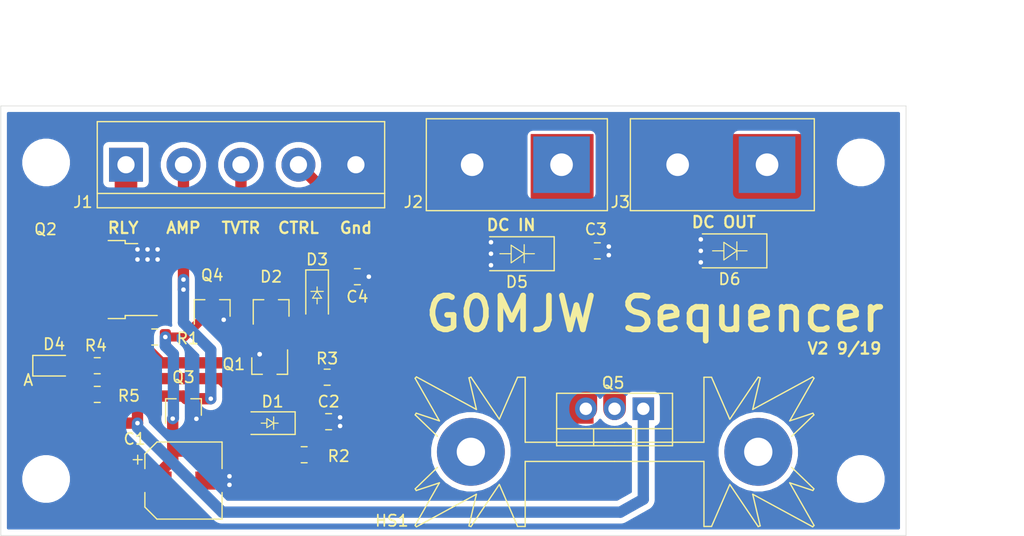
<source format=kicad_pcb>
(kicad_pcb (version 20171130) (host pcbnew "(5.1.2)-2")

  (general
    (thickness 1.6)
    (drawings 27)
    (tracks 148)
    (zones 0)
    (modules 28)
    (nets 13)
  )

  (page A4)
  (layers
    (0 F.Cu signal)
    (31 B.Cu signal)
    (32 B.Adhes user)
    (33 F.Adhes user)
    (34 B.Paste user)
    (35 F.Paste user)
    (36 B.SilkS user)
    (37 F.SilkS user)
    (38 B.Mask user)
    (39 F.Mask user)
    (40 Dwgs.User user)
    (41 Cmts.User user)
    (42 Eco1.User user)
    (43 Eco2.User user)
    (44 Edge.Cuts user)
    (45 Margin user)
    (46 B.CrtYd user hide)
    (47 F.CrtYd user)
    (48 B.Fab user)
    (49 F.Fab user hide)
  )

  (setup
    (last_trace_width 1)
    (user_trace_width 0.5)
    (user_trace_width 1)
    (user_trace_width 2)
    (trace_clearance 0.2)
    (zone_clearance 0.508)
    (zone_45_only yes)
    (trace_min 0.2)
    (via_size 0.8)
    (via_drill 0.4)
    (via_min_size 0.4)
    (via_min_drill 0.3)
    (uvia_size 0.3)
    (uvia_drill 0.1)
    (uvias_allowed no)
    (uvia_min_size 0.2)
    (uvia_min_drill 0.1)
    (edge_width 0.05)
    (segment_width 0.2)
    (pcb_text_width 0.3)
    (pcb_text_size 1.5 1.5)
    (mod_edge_width 0.12)
    (mod_text_size 1 1)
    (mod_text_width 0.15)
    (pad_size 3.2 3.2)
    (pad_drill 3.2)
    (pad_to_mask_clearance 0.051)
    (solder_mask_min_width 0.25)
    (aux_axis_origin 0 0)
    (visible_elements 7FFFFFFF)
    (pcbplotparams
      (layerselection 0x010fc_ffffffff)
      (usegerberextensions false)
      (usegerberattributes false)
      (usegerberadvancedattributes false)
      (creategerberjobfile false)
      (excludeedgelayer true)
      (linewidth 0.100000)
      (plotframeref false)
      (viasonmask false)
      (mode 1)
      (useauxorigin false)
      (hpglpennumber 1)
      (hpglpenspeed 20)
      (hpglpendiameter 15.000000)
      (psnegative false)
      (psa4output false)
      (plotreference true)
      (plotvalue true)
      (plotinvisibletext false)
      (padsonsilk false)
      (subtractmaskfromsilk false)
      (outputformat 1)
      (mirror false)
      (drillshape 0)
      (scaleselection 1)
      (outputdirectory "gerbers/"))
  )

  (net 0 "")
  (net 1 "Net-(C1-Pad1)")
  (net 2 GND)
  (net 3 "Net-(C2-Pad2)")
  (net 4 "Net-(C4-Pad1)")
  (net 5 "Net-(D1-Pad1)")
  (net 6 "Net-(D2-Pad1)")
  (net 7 "Net-(D2-Pad2)")
  (net 8 "Net-(J1-Pad3)")
  (net 9 "Net-(D4-Pad1)")
  (net 10 "Net-(D4-Pad2)")
  (net 11 "Net-(D6-Pad1)")
  (net 12 "Net-(J1-Pad1)")

  (net_class Default "This is the default net class."
    (clearance 0.2)
    (trace_width 0.25)
    (via_dia 0.8)
    (via_drill 0.4)
    (uvia_dia 0.3)
    (uvia_drill 0.1)
    (add_net GND)
    (add_net "Net-(C1-Pad1)")
    (add_net "Net-(C2-Pad2)")
    (add_net "Net-(C4-Pad1)")
    (add_net "Net-(D1-Pad1)")
    (add_net "Net-(D2-Pad1)")
    (add_net "Net-(D2-Pad2)")
    (add_net "Net-(D4-Pad1)")
    (add_net "Net-(D4-Pad2)")
    (add_net "Net-(D6-Pad1)")
    (add_net "Net-(J1-Pad1)")
    (add_net "Net-(J1-Pad3)")
  )

  (net_class "High Current" ""
    (clearance 0.2)
    (trace_width 3)
    (via_dia 0.8)
    (via_drill 0.4)
    (uvia_dia 0.3)
    (uvia_drill 0.1)
  )

  (module Diode_SMD:D_SOD-123 (layer F.Cu) (tedit 5D6D8EC5) (tstamp 5D57BA40)
    (at 111.76 99.06 180)
    (descr SOD-123)
    (tags SOD-123)
    (path /5D57F783)
    (attr smd)
    (fp_text reference D1 (at -0.254 1.905 180) (layer F.SilkS)
      (effects (font (size 1 1) (thickness 0.15)))
    )
    (fp_text value 1N4148W (at 0 2.1 180) (layer F.Fab)
      (effects (font (size 1 1) (thickness 0.15)))
    )
    (fp_text user %R (at 0 -2 180) (layer F.Fab)
      (effects (font (size 1 1) (thickness 0.15)))
    )
    (fp_line (start -2.25 -1) (end -2.25 1) (layer F.SilkS) (width 0.12))
    (fp_line (start 0.25 0) (end 0.75 0) (layer F.SilkS) (width 0.1))
    (fp_line (start 0.25 0.4) (end -0.35 0) (layer F.SilkS) (width 0.1))
    (fp_line (start 0.25 -0.4) (end 0.25 0.4) (layer F.SilkS) (width 0.1))
    (fp_line (start -0.35 0) (end 0.25 -0.4) (layer F.SilkS) (width 0.1))
    (fp_line (start -0.35 0) (end -0.35 0.55) (layer F.SilkS) (width 0.1))
    (fp_line (start -0.35 0) (end -0.35 -0.55) (layer F.SilkS) (width 0.1))
    (fp_line (start -0.75 0) (end -0.35 0) (layer F.SilkS) (width 0.1))
    (fp_line (start -1.4 0.9) (end -1.4 -0.9) (layer F.Fab) (width 0.1))
    (fp_line (start 1.4 0.9) (end -1.4 0.9) (layer F.Fab) (width 0.1))
    (fp_line (start 1.4 -0.9) (end 1.4 0.9) (layer F.Fab) (width 0.1))
    (fp_line (start -1.4 -0.9) (end 1.4 -0.9) (layer F.Fab) (width 0.1))
    (fp_line (start -2.35 -1.15) (end 2.35 -1.15) (layer F.CrtYd) (width 0.05))
    (fp_line (start 2.35 -1.15) (end 2.35 1.15) (layer F.CrtYd) (width 0.05))
    (fp_line (start 2.35 1.15) (end -2.35 1.15) (layer F.CrtYd) (width 0.05))
    (fp_line (start -2.35 -1.15) (end -2.35 1.15) (layer F.CrtYd) (width 0.05))
    (fp_line (start -2.25 1) (end 1.65 1) (layer F.SilkS) (width 0.12))
    (fp_line (start -2.25 -1) (end 1.65 -1) (layer F.SilkS) (width 0.12))
    (pad 1 smd rect (at -1.65 0 180) (size 0.9 1.2) (layers F.Cu F.Paste F.Mask)
      (net 5 "Net-(D1-Pad1)"))
    (pad 2 smd rect (at 1.65 0 180) (size 0.9 1.2) (layers F.Cu F.Paste F.Mask)
      (net 1 "Net-(C1-Pad1)"))
    (model ${KISYS3DMOD}/Diode_SMD.3dshapes/D_SOD-123.wrl
      (at (xyz 0 0 0))
      (scale (xyz 1 1 1))
      (rotate (xyz 0 0 0))
    )
  )

  (module Diode_SMD:D_SOD-123 (layer F.Cu) (tedit 5D6D8E88) (tstamp 5D57BA86)
    (at 115.951 87.757 270)
    (descr SOD-123)
    (tags SOD-123)
    (path /5D575366)
    (attr smd)
    (fp_text reference D3 (at -3.175 0 180) (layer F.SilkS)
      (effects (font (size 1 1) (thickness 0.15)))
    )
    (fp_text value 1N4148W (at 0 2.1 270) (layer F.Fab)
      (effects (font (size 1 1) (thickness 0.15)))
    )
    (fp_line (start -2.25 -1) (end 1.65 -1) (layer F.SilkS) (width 0.12))
    (fp_line (start -2.25 1) (end 1.65 1) (layer F.SilkS) (width 0.12))
    (fp_line (start -2.35 -1.15) (end -2.35 1.15) (layer F.CrtYd) (width 0.05))
    (fp_line (start 2.35 1.15) (end -2.35 1.15) (layer F.CrtYd) (width 0.05))
    (fp_line (start 2.35 -1.15) (end 2.35 1.15) (layer F.CrtYd) (width 0.05))
    (fp_line (start -2.35 -1.15) (end 2.35 -1.15) (layer F.CrtYd) (width 0.05))
    (fp_line (start -1.4 -0.9) (end 1.4 -0.9) (layer F.Fab) (width 0.1))
    (fp_line (start 1.4 -0.9) (end 1.4 0.9) (layer F.Fab) (width 0.1))
    (fp_line (start 1.4 0.9) (end -1.4 0.9) (layer F.Fab) (width 0.1))
    (fp_line (start -1.4 0.9) (end -1.4 -0.9) (layer F.Fab) (width 0.1))
    (fp_line (start -0.75 0) (end -0.35 0) (layer F.SilkS) (width 0.1))
    (fp_line (start -0.35 0) (end -0.35 -0.55) (layer F.SilkS) (width 0.1))
    (fp_line (start -0.35 0) (end -0.35 0.55) (layer F.SilkS) (width 0.1))
    (fp_line (start -0.35 0) (end 0.25 -0.4) (layer F.SilkS) (width 0.1))
    (fp_line (start 0.25 -0.4) (end 0.25 0.4) (layer F.SilkS) (width 0.1))
    (fp_line (start 0.25 0.4) (end -0.35 0) (layer F.SilkS) (width 0.1))
    (fp_line (start 0.25 0) (end 0.75 0) (layer F.SilkS) (width 0.1))
    (fp_line (start -2.25 -1) (end -2.25 1) (layer F.SilkS) (width 0.12))
    (fp_text user %R (at 0 -2 270) (layer F.Fab)
      (effects (font (size 1 1) (thickness 0.15)))
    )
    (pad 2 smd rect (at 1.65 0 270) (size 0.9 1.2) (layers F.Cu F.Paste F.Mask)
      (net 6 "Net-(D2-Pad1)"))
    (pad 1 smd rect (at -1.65 0 270) (size 0.9 1.2) (layers F.Cu F.Paste F.Mask)
      (net 4 "Net-(C4-Pad1)"))
    (model ${KISYS3DMOD}/Diode_SMD.3dshapes/D_SOD-123.wrl
      (at (xyz 0 0 0))
      (scale (xyz 1 1 1))
      (rotate (xyz 0 0 0))
    )
  )

  (module Diode_SMD:D_MELF (layer F.Cu) (tedit 5D6D8E3A) (tstamp 5D57BAC9)
    (at 152.4 83.82 180)
    (descr "Diode, MELF,,")
    (tags "Diode MELF ")
    (path /5D5E9D02)
    (attr smd)
    (fp_text reference D6 (at 0 -2.5 180) (layer F.SilkS)
      (effects (font (size 1 1) (thickness 0.15)))
    )
    (fp_text value SM4001 (at -0.25 2.5 180) (layer F.Fab)
      (effects (font (size 1 1) (thickness 0.15)))
    )
    (fp_text user %R (at 0 -2.5 180) (layer F.Fab)
      (effects (font (size 1 1) (thickness 0.15)))
    )
    (fp_line (start 2.4 -1.5) (end -3.3 -1.5) (layer F.SilkS) (width 0.12))
    (fp_line (start -3.3 -1.5) (end -3.3 1.5) (layer F.SilkS) (width 0.12))
    (fp_line (start -3.3 1.5) (end 2.4 1.5) (layer F.SilkS) (width 0.12))
    (fp_line (start 2.6 -1.3) (end -2.6 -1.3) (layer F.Fab) (width 0.1))
    (fp_line (start -2.6 -1.3) (end -2.6 1.3) (layer F.Fab) (width 0.1))
    (fp_line (start -2.6 1.3) (end 2.6 1.3) (layer F.Fab) (width 0.1))
    (fp_line (start 2.6 1.3) (end 2.6 -1.3) (layer F.Fab) (width 0.1))
    (fp_line (start -0.64944 0.00102) (end -1.55114 0.00102) (layer F.SilkS) (width 0.1))
    (fp_line (start 0.50118 0.00102) (end 1.4994 0.00102) (layer F.SilkS) (width 0.1))
    (fp_line (start -0.64944 -0.79908) (end -0.64944 0.80112) (layer F.SilkS) (width 0.1))
    (fp_line (start 0.50118 0.75032) (end 0.50118 -0.79908) (layer F.SilkS) (width 0.1))
    (fp_line (start -0.64944 0.00102) (end 0.50118 0.75032) (layer F.SilkS) (width 0.1))
    (fp_line (start -0.64944 0.00102) (end 0.50118 -0.79908) (layer F.SilkS) (width 0.1))
    (fp_line (start -3.4 -1.6) (end 3.4 -1.6) (layer F.CrtYd) (width 0.05))
    (fp_line (start 3.4 -1.6) (end 3.4 1.6) (layer F.CrtYd) (width 0.05))
    (fp_line (start 3.4 1.6) (end -3.4 1.6) (layer F.CrtYd) (width 0.05))
    (fp_line (start -3.4 1.6) (end -3.4 -1.6) (layer F.CrtYd) (width 0.05))
    (pad 1 smd rect (at -2.4 0 180) (size 1.5 2.7) (layers F.Cu F.Paste F.Mask)
      (net 11 "Net-(D6-Pad1)"))
    (pad 2 smd rect (at 2.4 0 180) (size 1.5 2.7) (layers F.Cu F.Paste F.Mask)
      (net 2 GND))
    (model ${KISYS3DMOD}/Diode_SMD.3dshapes/D_MELF.wrl
      (at (xyz 0 0 0))
      (scale (xyz 1 1 1))
      (rotate (xyz 0 0 0))
    )
  )

  (module Diode_SMD:D_MELF (layer F.Cu) (tedit 5D6D8DF8) (tstamp 5D57BAB1)
    (at 133.604 84.074 180)
    (descr "Diode, MELF,,")
    (tags "Diode MELF ")
    (path /5D5A808B)
    (attr smd)
    (fp_text reference D5 (at 0 -2.5 180) (layer F.SilkS)
      (effects (font (size 1 1) (thickness 0.15)))
    )
    (fp_text value SM4001 (at -0.25 2.5 180) (layer F.Fab)
      (effects (font (size 1 1) (thickness 0.15)))
    )
    (fp_line (start -3.4 1.6) (end -3.4 -1.6) (layer F.CrtYd) (width 0.05))
    (fp_line (start 3.4 1.6) (end -3.4 1.6) (layer F.CrtYd) (width 0.05))
    (fp_line (start 3.4 -1.6) (end 3.4 1.6) (layer F.CrtYd) (width 0.05))
    (fp_line (start -3.4 -1.6) (end 3.4 -1.6) (layer F.CrtYd) (width 0.05))
    (fp_line (start -0.64944 0.00102) (end 0.50118 -0.79908) (layer F.SilkS) (width 0.1))
    (fp_line (start -0.64944 0.00102) (end 0.50118 0.75032) (layer F.SilkS) (width 0.1))
    (fp_line (start 0.50118 0.75032) (end 0.50118 -0.79908) (layer F.SilkS) (width 0.1))
    (fp_line (start -0.64944 -0.79908) (end -0.64944 0.80112) (layer F.SilkS) (width 0.1))
    (fp_line (start 0.50118 0.00102) (end 1.4994 0.00102) (layer F.SilkS) (width 0.1))
    (fp_line (start -0.64944 0.00102) (end -1.55114 0.00102) (layer F.SilkS) (width 0.1))
    (fp_line (start 2.6 1.3) (end 2.6 -1.3) (layer F.Fab) (width 0.1))
    (fp_line (start -2.6 1.3) (end 2.6 1.3) (layer F.Fab) (width 0.1))
    (fp_line (start -2.6 -1.3) (end -2.6 1.3) (layer F.Fab) (width 0.1))
    (fp_line (start 2.6 -1.3) (end -2.6 -1.3) (layer F.Fab) (width 0.1))
    (fp_line (start -3.3 1.5) (end 2.4 1.5) (layer F.SilkS) (width 0.12))
    (fp_line (start -3.3 -1.5) (end -3.3 1.5) (layer F.SilkS) (width 0.12))
    (fp_line (start 2.4 -1.5) (end -3.3 -1.5) (layer F.SilkS) (width 0.12))
    (fp_text user %R (at 0 -2.5 180) (layer F.Fab)
      (effects (font (size 1 1) (thickness 0.15)))
    )
    (pad 2 smd rect (at 2.4 0 180) (size 1.5 2.7) (layers F.Cu F.Paste F.Mask)
      (net 2 GND))
    (pad 1 smd rect (at -2.4 0 180) (size 1.5 2.7) (layers F.Cu F.Paste F.Mask)
      (net 3 "Net-(C2-Pad2)"))
    (model ${KISYS3DMOD}/Diode_SMD.3dshapes/D_MELF.wrl
      (at (xyz 0 0 0))
      (scale (xyz 1 1 1))
      (rotate (xyz 0 0 0))
    )
  )

  (module Diode_SMD:D_SOT-23_ANK (layer F.Cu) (tedit 587CCEF9) (tstamp 5D6DD455)
    (at 111.887 88.9 90)
    (descr "SOT-23, Single Diode")
    (tags SOT-23)
    (path /5D57A5A5)
    (attr smd)
    (fp_text reference D2 (at 2.794 0 180) (layer F.SilkS)
      (effects (font (size 1 1) (thickness 0.15)))
    )
    (fp_text value BZX84C5V1LT1G (at 0 2.5 90) (layer F.Fab)
      (effects (font (size 1 1) (thickness 0.15)))
    )
    (fp_line (start 0.76 1.58) (end -0.7 1.58) (layer F.SilkS) (width 0.12))
    (fp_line (start -0.7 -1.52) (end -0.7 1.52) (layer F.Fab) (width 0.1))
    (fp_line (start -0.7 -1.52) (end 0.7 -1.52) (layer F.Fab) (width 0.1))
    (fp_line (start 0.76 -1.58) (end -1.4 -1.58) (layer F.SilkS) (width 0.12))
    (fp_line (start -1.7 1.75) (end -1.7 -1.75) (layer F.CrtYd) (width 0.05))
    (fp_line (start 1.7 1.75) (end -1.7 1.75) (layer F.CrtYd) (width 0.05))
    (fp_line (start 1.7 -1.75) (end 1.7 1.75) (layer F.CrtYd) (width 0.05))
    (fp_line (start -1.7 -1.75) (end 1.7 -1.75) (layer F.CrtYd) (width 0.05))
    (fp_line (start -0.7 1.52) (end 0.7 1.52) (layer F.Fab) (width 0.1))
    (fp_line (start 0.7 -1.52) (end 0.7 1.52) (layer F.Fab) (width 0.1))
    (fp_line (start 0.76 -1.58) (end 0.76 -0.65) (layer F.SilkS) (width 0.12))
    (fp_line (start 0.76 1.58) (end 0.76 0.65) (layer F.SilkS) (width 0.12))
    (fp_line (start 0.15 -0.65) (end 0.15 -0.25) (layer F.Fab) (width 0.1))
    (fp_line (start 0.15 -0.45) (end 0.4 -0.45) (layer F.Fab) (width 0.1))
    (fp_line (start 0.15 -0.45) (end -0.15 -0.65) (layer F.Fab) (width 0.1))
    (fp_line (start -0.15 -0.65) (end -0.15 -0.25) (layer F.Fab) (width 0.1))
    (fp_line (start -0.15 -0.25) (end 0.15 -0.45) (layer F.Fab) (width 0.1))
    (fp_line (start -0.15 -0.45) (end -0.4 -0.45) (layer F.Fab) (width 0.1))
    (fp_text user %R (at 0 0) (layer F.Fab)
      (effects (font (size 0.5 0.5) (thickness 0.075)))
    )
    (pad 1 smd rect (at 1 0 90) (size 0.9 0.8) (layers F.Cu F.Paste F.Mask)
      (net 6 "Net-(D2-Pad1)"))
    (pad "" smd rect (at -1 0.95 90) (size 0.9 0.8) (layers F.Cu F.Paste F.Mask))
    (pad 2 smd rect (at -1 -0.95 90) (size 0.9 0.8) (layers F.Cu F.Paste F.Mask)
      (net 7 "Net-(D2-Pad2)"))
    (model ${KISYS3DMOD}/Diode_SMD.3dshapes/D_SOT-23.wrl
      (at (xyz 0 0 0))
      (scale (xyz 1 1 1))
      (rotate (xyz 0 0 0))
    )
  )

  (module AndersonPowerPole:Anderson_Powerpole-staple-Nx2 (layer F.Cu) (tedit 5D57E143) (tstamp 5D57BAEC)
    (at 133.604 76.2 180)
    (tags "Anderson Powerpole PCB staple Nx2")
    (path /5D58E76A)
    (fp_text reference J2 (at 9.144 -3.302) (layer F.SilkS)
      (effects (font (size 1 1) (thickness 0.15)))
    )
    (fp_text value Conn_01x02_Female (at 0 1.6) (layer F.SilkS) hide
      (effects (font (size 1 1) (thickness 0.15)))
    )
    (fp_line (start -8 -4) (end 8 -4) (layer F.CrtYd) (width 0.15))
    (fp_line (start -8 4) (end 8 4) (layer F.CrtYd) (width 0.15))
    (fp_line (start 8 4) (end 8 -4) (layer F.CrtYd) (width 0.15))
    (fp_line (start -8 4) (end -8 -4) (layer F.CrtYd) (width 0.15))
    (fp_line (start 0 4) (end 0 -4) (layer F.Fab) (width 0.1))
    (pad 1 thru_hole rect (at -3.95 0 180) (size 5 5) (drill 2) (layers *.Cu *.Mask)
      (net 3 "Net-(C2-Pad2)"))
    (pad 2 thru_hole rect (at 3.95 0 180) (size 5 5) (drill 2) (layers *.Cu *.Mask)
      (net 2 GND))
    (model ${KIPRJMOD}/modules/45A-VERT-PAIR.wrl
      (at (xyz 0 0 0))
      (scale (xyz 0.394 0.394 0.394))
      (rotate (xyz -90 0 0))
    )
  )

  (module AndersonPowerPole:Anderson_Powerpole-staple-Nx2 (layer F.Cu) (tedit 5D57E12F) (tstamp 5D57BAF7)
    (at 151.765 76.2 180)
    (tags "Anderson Powerpole PCB staple Nx2")
    (path /5D58FB11)
    (fp_text reference J3 (at 9.017 -3.302) (layer F.SilkS)
      (effects (font (size 1 1) (thickness 0.15)))
    )
    (fp_text value Conn_01x02_Female (at 0 1.6) (layer F.SilkS) hide
      (effects (font (size 1 1) (thickness 0.15)))
    )
    (fp_line (start 0 4) (end 0 -4) (layer F.Fab) (width 0.1))
    (fp_line (start -8 4) (end -8 -4) (layer F.CrtYd) (width 0.15))
    (fp_line (start 8 4) (end 8 -4) (layer F.CrtYd) (width 0.15))
    (fp_line (start -8 4) (end 8 4) (layer F.CrtYd) (width 0.15))
    (fp_line (start -8 -4) (end 8 -4) (layer F.CrtYd) (width 0.15))
    (pad 2 thru_hole rect (at 3.95 0 180) (size 5 5) (drill 2) (layers *.Cu *.Mask)
      (net 2 GND))
    (pad 1 thru_hole rect (at -3.95 0 180) (size 5 5) (drill 2) (layers *.Cu *.Mask)
      (net 11 "Net-(D6-Pad1)"))
    (model ${KIPRJMOD}/modules/45A-VERT-PAIR.wrl
      (at (xyz 0 0 0))
      (scale (xyz 0.394 0.394 0.394))
      (rotate (xyz -90 0 0))
    )
  )

  (module Package_TO_SOT_THT:TO-220-3_Vertical (layer F.Cu) (tedit 5AC8BA0D) (tstamp 5D57BB65)
    (at 144.78 97.79 180)
    (descr "TO-220-3, Vertical, RM 2.54mm, see https://www.vishay.com/docs/66542/to-220-1.pdf")
    (tags "TO-220-3 Vertical RM 2.54mm")
    (path /5D5CCD4F)
    (fp_text reference Q5 (at 2.667 2.286 180) (layer F.SilkS)
      (effects (font (size 1 1) (thickness 0.15)))
    )
    (fp_text value IRF9540N (at 2.54 2.5 180) (layer F.Fab)
      (effects (font (size 1 1) (thickness 0.15)))
    )
    (fp_text user %R (at 2.54 -4.27 180) (layer F.Fab)
      (effects (font (size 1 1) (thickness 0.15)))
    )
    (fp_line (start 7.79 -3.4) (end -2.71 -3.4) (layer F.CrtYd) (width 0.05))
    (fp_line (start 7.79 1.51) (end 7.79 -3.4) (layer F.CrtYd) (width 0.05))
    (fp_line (start -2.71 1.51) (end 7.79 1.51) (layer F.CrtYd) (width 0.05))
    (fp_line (start -2.71 -3.4) (end -2.71 1.51) (layer F.CrtYd) (width 0.05))
    (fp_line (start 4.391 -3.27) (end 4.391 -1.76) (layer F.SilkS) (width 0.12))
    (fp_line (start 0.69 -3.27) (end 0.69 -1.76) (layer F.SilkS) (width 0.12))
    (fp_line (start -2.58 -1.76) (end 7.66 -1.76) (layer F.SilkS) (width 0.12))
    (fp_line (start 7.66 -3.27) (end 7.66 1.371) (layer F.SilkS) (width 0.12))
    (fp_line (start -2.58 -3.27) (end -2.58 1.371) (layer F.SilkS) (width 0.12))
    (fp_line (start -2.58 1.371) (end 7.66 1.371) (layer F.SilkS) (width 0.12))
    (fp_line (start -2.58 -3.27) (end 7.66 -3.27) (layer F.SilkS) (width 0.12))
    (fp_line (start 4.39 -3.15) (end 4.39 -1.88) (layer F.Fab) (width 0.1))
    (fp_line (start 0.69 -3.15) (end 0.69 -1.88) (layer F.Fab) (width 0.1))
    (fp_line (start -2.46 -1.88) (end 7.54 -1.88) (layer F.Fab) (width 0.1))
    (fp_line (start 7.54 -3.15) (end -2.46 -3.15) (layer F.Fab) (width 0.1))
    (fp_line (start 7.54 1.25) (end 7.54 -3.15) (layer F.Fab) (width 0.1))
    (fp_line (start -2.46 1.25) (end 7.54 1.25) (layer F.Fab) (width 0.1))
    (fp_line (start -2.46 -3.15) (end -2.46 1.25) (layer F.Fab) (width 0.1))
    (pad 3 thru_hole oval (at 5.08 0 180) (size 1.905 2) (drill 1.1) (layers *.Cu *.Mask)
      (net 3 "Net-(C2-Pad2)"))
    (pad 2 thru_hole oval (at 2.54 0 180) (size 1.905 2) (drill 1.1) (layers *.Cu *.Mask)
      (net 11 "Net-(D6-Pad1)"))
    (pad 1 thru_hole rect (at 0 0 180) (size 1.905 2) (drill 1.1) (layers *.Cu *.Mask)
      (net 9 "Net-(D4-Pad1)"))
    (model ${KISYS3DMOD}/Package_TO_SOT_THT.3dshapes/TO-220-3_Vertical.wrl
      (offset (xyz 0 0 2.5))
      (scale (xyz 1 1 1))
      (rotate (xyz 0 0 0))
    )
  )

  (module Capacitor_SMD:CP_Elec_6.3x5.4 (layer F.Cu) (tedit 5A841F9D) (tstamp 5D57B9F4)
    (at 104.14 104.14)
    (descr "SMT capacitor, aluminium electrolytic, 6.3x5.4, Panasonic C55 ")
    (tags "Capacitor Electrolytic")
    (path /5D6006A7)
    (attr smd)
    (fp_text reference C1 (at -4.318 -3.683) (layer F.SilkS)
      (effects (font (size 1 1) (thickness 0.15)))
    )
    (fp_text value 47u (at 0 4.35) (layer F.Fab)
      (effects (font (size 1 1) (thickness 0.15)))
    )
    (fp_circle (center 0 0) (end 3.15 0) (layer F.Fab) (width 0.1))
    (fp_line (start 3.3 -3.3) (end 3.3 3.3) (layer F.Fab) (width 0.1))
    (fp_line (start -2.3 -3.3) (end 3.3 -3.3) (layer F.Fab) (width 0.1))
    (fp_line (start -2.3 3.3) (end 3.3 3.3) (layer F.Fab) (width 0.1))
    (fp_line (start -3.3 -2.3) (end -3.3 2.3) (layer F.Fab) (width 0.1))
    (fp_line (start -3.3 -2.3) (end -2.3 -3.3) (layer F.Fab) (width 0.1))
    (fp_line (start -3.3 2.3) (end -2.3 3.3) (layer F.Fab) (width 0.1))
    (fp_line (start -2.704838 -1.33) (end -2.074838 -1.33) (layer F.Fab) (width 0.1))
    (fp_line (start -2.389838 -1.645) (end -2.389838 -1.015) (layer F.Fab) (width 0.1))
    (fp_line (start 3.41 3.41) (end 3.41 1.06) (layer F.SilkS) (width 0.12))
    (fp_line (start 3.41 -3.41) (end 3.41 -1.06) (layer F.SilkS) (width 0.12))
    (fp_line (start -2.345563 -3.41) (end 3.41 -3.41) (layer F.SilkS) (width 0.12))
    (fp_line (start -2.345563 3.41) (end 3.41 3.41) (layer F.SilkS) (width 0.12))
    (fp_line (start -3.41 2.345563) (end -3.41 1.06) (layer F.SilkS) (width 0.12))
    (fp_line (start -3.41 -2.345563) (end -3.41 -1.06) (layer F.SilkS) (width 0.12))
    (fp_line (start -3.41 -2.345563) (end -2.345563 -3.41) (layer F.SilkS) (width 0.12))
    (fp_line (start -3.41 2.345563) (end -2.345563 3.41) (layer F.SilkS) (width 0.12))
    (fp_line (start -4.4375 -1.8475) (end -3.65 -1.8475) (layer F.SilkS) (width 0.12))
    (fp_line (start -4.04375 -2.24125) (end -4.04375 -1.45375) (layer F.SilkS) (width 0.12))
    (fp_line (start 3.55 -3.55) (end 3.55 -1.05) (layer F.CrtYd) (width 0.05))
    (fp_line (start 3.55 -1.05) (end 4.8 -1.05) (layer F.CrtYd) (width 0.05))
    (fp_line (start 4.8 -1.05) (end 4.8 1.05) (layer F.CrtYd) (width 0.05))
    (fp_line (start 4.8 1.05) (end 3.55 1.05) (layer F.CrtYd) (width 0.05))
    (fp_line (start 3.55 1.05) (end 3.55 3.55) (layer F.CrtYd) (width 0.05))
    (fp_line (start -2.4 3.55) (end 3.55 3.55) (layer F.CrtYd) (width 0.05))
    (fp_line (start -2.4 -3.55) (end 3.55 -3.55) (layer F.CrtYd) (width 0.05))
    (fp_line (start -3.55 2.4) (end -2.4 3.55) (layer F.CrtYd) (width 0.05))
    (fp_line (start -3.55 -2.4) (end -2.4 -3.55) (layer F.CrtYd) (width 0.05))
    (fp_line (start -3.55 -2.4) (end -3.55 -1.05) (layer F.CrtYd) (width 0.05))
    (fp_line (start -3.55 1.05) (end -3.55 2.4) (layer F.CrtYd) (width 0.05))
    (fp_line (start -3.55 -1.05) (end -4.8 -1.05) (layer F.CrtYd) (width 0.05))
    (fp_line (start -4.8 -1.05) (end -4.8 1.05) (layer F.CrtYd) (width 0.05))
    (fp_line (start -4.8 1.05) (end -3.55 1.05) (layer F.CrtYd) (width 0.05))
    (fp_text user %R (at 0 0) (layer F.Fab)
      (effects (font (size 1 1) (thickness 0.15)))
    )
    (pad 1 smd rect (at -2.8 0) (size 3.5 1.6) (layers F.Cu F.Paste F.Mask)
      (net 1 "Net-(C1-Pad1)"))
    (pad 2 smd rect (at 2.8 0) (size 3.5 1.6) (layers F.Cu F.Paste F.Mask)
      (net 2 GND))
    (model ${KISYS3DMOD}/Capacitor_SMD.3dshapes/CP_Elec_6.3x5.4.wrl
      (at (xyz 0 0 0))
      (scale (xyz 1 1 1))
      (rotate (xyz 0 0 0))
    )
  )

  (module Capacitor_SMD:C_0805_2012Metric (layer F.Cu) (tedit 5B36C52B) (tstamp 5D57BA05)
    (at 116.967 98.933 180)
    (descr "Capacitor SMD 0805 (2012 Metric), square (rectangular) end terminal, IPC_7351 nominal, (Body size source: https://docs.google.com/spreadsheets/d/1BsfQQcO9C6DZCsRaXUlFlo91Tg2WpOkGARC1WS5S8t0/edit?usp=sharing), generated with kicad-footprint-generator")
    (tags capacitor)
    (path /5D5B5CC8)
    (attr smd)
    (fp_text reference C2 (at 0 1.778) (layer F.SilkS)
      (effects (font (size 1 1) (thickness 0.15)))
    )
    (fp_text value 0.1u (at 0 1.65) (layer F.Fab)
      (effects (font (size 1 1) (thickness 0.15)))
    )
    (fp_text user %R (at 0 0) (layer F.Fab)
      (effects (font (size 0.5 0.5) (thickness 0.08)))
    )
    (fp_line (start 1.68 0.95) (end -1.68 0.95) (layer F.CrtYd) (width 0.05))
    (fp_line (start 1.68 -0.95) (end 1.68 0.95) (layer F.CrtYd) (width 0.05))
    (fp_line (start -1.68 -0.95) (end 1.68 -0.95) (layer F.CrtYd) (width 0.05))
    (fp_line (start -1.68 0.95) (end -1.68 -0.95) (layer F.CrtYd) (width 0.05))
    (fp_line (start -0.258578 0.71) (end 0.258578 0.71) (layer F.SilkS) (width 0.12))
    (fp_line (start -0.258578 -0.71) (end 0.258578 -0.71) (layer F.SilkS) (width 0.12))
    (fp_line (start 1 0.6) (end -1 0.6) (layer F.Fab) (width 0.1))
    (fp_line (start 1 -0.6) (end 1 0.6) (layer F.Fab) (width 0.1))
    (fp_line (start -1 -0.6) (end 1 -0.6) (layer F.Fab) (width 0.1))
    (fp_line (start -1 0.6) (end -1 -0.6) (layer F.Fab) (width 0.1))
    (pad 2 smd roundrect (at 0.9375 0 180) (size 0.975 1.4) (layers F.Cu F.Paste F.Mask) (roundrect_rratio 0.25)
      (net 3 "Net-(C2-Pad2)"))
    (pad 1 smd roundrect (at -0.9375 0 180) (size 0.975 1.4) (layers F.Cu F.Paste F.Mask) (roundrect_rratio 0.25)
      (net 2 GND))
    (model ${KISYS3DMOD}/Capacitor_SMD.3dshapes/C_0805_2012Metric.wrl
      (at (xyz 0 0 0))
      (scale (xyz 1 1 1))
      (rotate (xyz 0 0 0))
    )
  )

  (module Capacitor_SMD:C_0805_2012Metric (layer F.Cu) (tedit 5B36C52B) (tstamp 5D57BA16)
    (at 140.716 83.82 180)
    (descr "Capacitor SMD 0805 (2012 Metric), square (rectangular) end terminal, IPC_7351 nominal, (Body size source: https://docs.google.com/spreadsheets/d/1BsfQQcO9C6DZCsRaXUlFlo91Tg2WpOkGARC1WS5S8t0/edit?usp=sharing), generated with kicad-footprint-generator")
    (tags capacitor)
    (path /5D5AB46E)
    (attr smd)
    (fp_text reference C3 (at 0.127 1.905) (layer F.SilkS)
      (effects (font (size 1 1) (thickness 0.15)))
    )
    (fp_text value 0.1u (at 0 1.65) (layer F.Fab)
      (effects (font (size 1 1) (thickness 0.15)))
    )
    (fp_line (start -1 0.6) (end -1 -0.6) (layer F.Fab) (width 0.1))
    (fp_line (start -1 -0.6) (end 1 -0.6) (layer F.Fab) (width 0.1))
    (fp_line (start 1 -0.6) (end 1 0.6) (layer F.Fab) (width 0.1))
    (fp_line (start 1 0.6) (end -1 0.6) (layer F.Fab) (width 0.1))
    (fp_line (start -0.258578 -0.71) (end 0.258578 -0.71) (layer F.SilkS) (width 0.12))
    (fp_line (start -0.258578 0.71) (end 0.258578 0.71) (layer F.SilkS) (width 0.12))
    (fp_line (start -1.68 0.95) (end -1.68 -0.95) (layer F.CrtYd) (width 0.05))
    (fp_line (start -1.68 -0.95) (end 1.68 -0.95) (layer F.CrtYd) (width 0.05))
    (fp_line (start 1.68 -0.95) (end 1.68 0.95) (layer F.CrtYd) (width 0.05))
    (fp_line (start 1.68 0.95) (end -1.68 0.95) (layer F.CrtYd) (width 0.05))
    (fp_text user %R (at 0 0) (layer F.Fab)
      (effects (font (size 0.5 0.5) (thickness 0.08)))
    )
    (pad 1 smd roundrect (at -0.9375 0 180) (size 0.975 1.4) (layers F.Cu F.Paste F.Mask) (roundrect_rratio 0.25)
      (net 2 GND))
    (pad 2 smd roundrect (at 0.9375 0 180) (size 0.975 1.4) (layers F.Cu F.Paste F.Mask) (roundrect_rratio 0.25)
      (net 3 "Net-(C2-Pad2)"))
    (model ${KISYS3DMOD}/Capacitor_SMD.3dshapes/C_0805_2012Metric.wrl
      (at (xyz 0 0 0))
      (scale (xyz 1 1 1))
      (rotate (xyz 0 0 0))
    )
  )

  (module Capacitor_SMD:C_0805_2012Metric (layer F.Cu) (tedit 5B36C52B) (tstamp 5D57BA27)
    (at 119.507 86.106)
    (descr "Capacitor SMD 0805 (2012 Metric), square (rectangular) end terminal, IPC_7351 nominal, (Body size source: https://docs.google.com/spreadsheets/d/1BsfQQcO9C6DZCsRaXUlFlo91Tg2WpOkGARC1WS5S8t0/edit?usp=sharing), generated with kicad-footprint-generator")
    (tags capacitor)
    (path /5D574945)
    (attr smd)
    (fp_text reference C4 (at 0 1.778) (layer F.SilkS)
      (effects (font (size 1 1) (thickness 0.15)))
    )
    (fp_text value 0.1u (at 0 1.65) (layer F.Fab)
      (effects (font (size 1 1) (thickness 0.15)))
    )
    (fp_line (start -1 0.6) (end -1 -0.6) (layer F.Fab) (width 0.1))
    (fp_line (start -1 -0.6) (end 1 -0.6) (layer F.Fab) (width 0.1))
    (fp_line (start 1 -0.6) (end 1 0.6) (layer F.Fab) (width 0.1))
    (fp_line (start 1 0.6) (end -1 0.6) (layer F.Fab) (width 0.1))
    (fp_line (start -0.258578 -0.71) (end 0.258578 -0.71) (layer F.SilkS) (width 0.12))
    (fp_line (start -0.258578 0.71) (end 0.258578 0.71) (layer F.SilkS) (width 0.12))
    (fp_line (start -1.68 0.95) (end -1.68 -0.95) (layer F.CrtYd) (width 0.05))
    (fp_line (start -1.68 -0.95) (end 1.68 -0.95) (layer F.CrtYd) (width 0.05))
    (fp_line (start 1.68 -0.95) (end 1.68 0.95) (layer F.CrtYd) (width 0.05))
    (fp_line (start 1.68 0.95) (end -1.68 0.95) (layer F.CrtYd) (width 0.05))
    (fp_text user %R (at 0 0) (layer F.Fab)
      (effects (font (size 0.5 0.5) (thickness 0.08)))
    )
    (pad 1 smd roundrect (at -0.9375 0) (size 0.975 1.4) (layers F.Cu F.Paste F.Mask) (roundrect_rratio 0.25)
      (net 4 "Net-(C4-Pad1)"))
    (pad 2 smd roundrect (at 0.9375 0) (size 0.975 1.4) (layers F.Cu F.Paste F.Mask) (roundrect_rratio 0.25)
      (net 2 GND))
    (model ${KISYS3DMOD}/Capacitor_SMD.3dshapes/C_0805_2012Metric.wrl
      (at (xyz 0 0 0))
      (scale (xyz 1 1 1))
      (rotate (xyz 0 0 0))
    )
  )

  (module LED_SMD:LED_0805_2012Metric_Castellated (layer F.Cu) (tedit 5B36C52C) (tstamp 5D57BA99)
    (at 92.71 93.98)
    (descr "LED SMD 0805 (2012 Metric), castellated end terminal, IPC_7351 nominal, (Body size source: https://docs.google.com/spreadsheets/d/1BsfQQcO9C6DZCsRaXUlFlo91Tg2WpOkGARC1WS5S8t0/edit?usp=sharing), generated with kicad-footprint-generator")
    (tags "LED castellated")
    (path /5D5C6CA8)
    (attr smd)
    (fp_text reference D4 (at 0 -1.905) (layer F.SilkS)
      (effects (font (size 1 1) (thickness 0.15)))
    )
    (fp_text value LED (at 0 1.6) (layer F.Fab)
      (effects (font (size 1 1) (thickness 0.15)))
    )
    (fp_line (start 1 -0.6) (end -0.7 -0.6) (layer F.Fab) (width 0.1))
    (fp_line (start -0.7 -0.6) (end -1 -0.3) (layer F.Fab) (width 0.1))
    (fp_line (start -1 -0.3) (end -1 0.6) (layer F.Fab) (width 0.1))
    (fp_line (start -1 0.6) (end 1 0.6) (layer F.Fab) (width 0.1))
    (fp_line (start 1 0.6) (end 1 -0.6) (layer F.Fab) (width 0.1))
    (fp_line (start 1 -0.91) (end -1.885 -0.91) (layer F.SilkS) (width 0.12))
    (fp_line (start -1.885 -0.91) (end -1.885 0.91) (layer F.SilkS) (width 0.12))
    (fp_line (start -1.885 0.91) (end 1 0.91) (layer F.SilkS) (width 0.12))
    (fp_line (start -1.88 0.9) (end -1.88 -0.9) (layer F.CrtYd) (width 0.05))
    (fp_line (start -1.88 -0.9) (end 1.88 -0.9) (layer F.CrtYd) (width 0.05))
    (fp_line (start 1.88 -0.9) (end 1.88 0.9) (layer F.CrtYd) (width 0.05))
    (fp_line (start 1.88 0.9) (end -1.88 0.9) (layer F.CrtYd) (width 0.05))
    (fp_text user %R (at 0 0) (layer F.Fab)
      (effects (font (size 0.5 0.5) (thickness 0.08)))
    )
    (pad 1 smd roundrect (at -0.9625 0) (size 1.325 1.3) (layers F.Cu F.Paste F.Mask) (roundrect_rratio 0.192308)
      (net 9 "Net-(D4-Pad1)"))
    (pad 2 smd roundrect (at 0.9625 0) (size 1.325 1.3) (layers F.Cu F.Paste F.Mask) (roundrect_rratio 0.192308)
      (net 10 "Net-(D4-Pad2)"))
    (model ${KISYS3DMOD}/LED_SMD.3dshapes/LED_0805_2012Metric_Castellated.wrl
      (at (xyz 0 0 0))
      (scale (xyz 1 1 1))
      (rotate (xyz 0 0 0))
    )
  )

  (module TerminalBlock:TerminalBlock_bornier-5_P5.08mm (layer F.Cu) (tedit 59FF03DE) (tstamp 5D57BAE1)
    (at 99.06 76.2)
    (descr "simple 5-pin terminal block, pitch 5.08mm, revamped version of bornier5")
    (tags "terminal block bornier5")
    (path /5D570CA3)
    (fp_text reference J1 (at -3.81 3.302) (layer F.SilkS)
      (effects (font (size 1 1) (thickness 0.15)))
    )
    (fp_text value Screw_Terminal_01x05 (at 10.15 4.6) (layer F.Fab)
      (effects (font (size 1 1) (thickness 0.15)))
    )
    (fp_text user %R (at 10.16 0) (layer F.Fab)
      (effects (font (size 1 1) (thickness 0.15)))
    )
    (fp_line (start -2.49 2.55) (end 22.81 2.55) (layer F.Fab) (width 0.1))
    (fp_line (start -2.49 -3.75) (end -2.49 3.75) (layer F.Fab) (width 0.1))
    (fp_line (start -2.49 3.75) (end 22.81 3.75) (layer F.Fab) (width 0.1))
    (fp_line (start 22.81 3.75) (end 22.81 -3.75) (layer F.Fab) (width 0.1))
    (fp_line (start 22.81 -3.75) (end -2.49 -3.75) (layer F.Fab) (width 0.1))
    (fp_line (start -2.54 3.81) (end 22.86 3.81) (layer F.SilkS) (width 0.12))
    (fp_line (start -2.54 2.54) (end 22.86 2.54) (layer F.SilkS) (width 0.12))
    (fp_line (start -2.54 -3.81) (end 22.86 -3.81) (layer F.SilkS) (width 0.12))
    (fp_line (start 22.86 -3.81) (end 22.86 3.81) (layer F.SilkS) (width 0.12))
    (fp_line (start -2.54 -3.81) (end -2.54 3.81) (layer F.SilkS) (width 0.12))
    (fp_line (start -2.74 -4) (end 23.06 -4) (layer F.CrtYd) (width 0.05))
    (fp_line (start -2.74 -4) (end -2.74 4) (layer F.CrtYd) (width 0.05))
    (fp_line (start 23.06 4) (end 23.06 -4) (layer F.CrtYd) (width 0.05))
    (fp_line (start 23.06 4) (end -2.74 4) (layer F.CrtYd) (width 0.05))
    (pad 2 thru_hole circle (at 5.08 0) (size 3 3) (drill 1.52) (layers *.Cu *.Mask)
      (net 9 "Net-(D4-Pad1)"))
    (pad 3 thru_hole circle (at 10.16 0) (size 3 3) (drill 1.52) (layers *.Cu *.Mask)
      (net 8 "Net-(J1-Pad3)"))
    (pad 1 thru_hole rect (at 0 0) (size 3 3) (drill 1.52) (layers *.Cu *.Mask)
      (net 12 "Net-(J1-Pad1)"))
    (pad 4 thru_hole circle (at 15.24 0) (size 3 3) (drill 1.52) (layers *.Cu *.Mask)
      (net 4 "Net-(C4-Pad1)"))
    (pad 5 thru_hole circle (at 20.32 0) (size 3 3) (drill 1.52) (layers *.Cu *.Mask)
      (net 2 GND))
    (model ${KISYS3DMOD}/TerminalBlock.3dshapes/TerminalBlock_bornier-5_P5.08mm.wrl
      (at (xyz 0 0 0))
      (scale (xyz 1 1 1))
      (rotate (xyz 0 0 0))
    )
    (model D:/Documents/GitHub/3DModels/Connectors/mors_5p.wrl
      (offset (xyz 10.1 0 0))
      (scale (xyz 1 1 1))
      (rotate (xyz 0 0 0))
    )
  )

  (module Package_TO_SOT_SMD:SOT-23 (layer F.Cu) (tedit 5A02FF57) (tstamp 5D57BB0C)
    (at 111.76 93.98 270)
    (descr "SOT-23, Standard")
    (tags SOT-23)
    (path /5D588359)
    (attr smd)
    (fp_text reference Q1 (at -0.127 3.175 180) (layer F.SilkS)
      (effects (font (size 1 1) (thickness 0.15)))
    )
    (fp_text value MMBT3904 (at 0 2.5 90) (layer F.Fab)
      (effects (font (size 1 1) (thickness 0.15)))
    )
    (fp_text user %R (at 0 0) (layer F.Fab)
      (effects (font (size 0.5 0.5) (thickness 0.075)))
    )
    (fp_line (start -0.7 -0.95) (end -0.7 1.5) (layer F.Fab) (width 0.1))
    (fp_line (start -0.15 -1.52) (end 0.7 -1.52) (layer F.Fab) (width 0.1))
    (fp_line (start -0.7 -0.95) (end -0.15 -1.52) (layer F.Fab) (width 0.1))
    (fp_line (start 0.7 -1.52) (end 0.7 1.52) (layer F.Fab) (width 0.1))
    (fp_line (start -0.7 1.52) (end 0.7 1.52) (layer F.Fab) (width 0.1))
    (fp_line (start 0.76 1.58) (end 0.76 0.65) (layer F.SilkS) (width 0.12))
    (fp_line (start 0.76 -1.58) (end 0.76 -0.65) (layer F.SilkS) (width 0.12))
    (fp_line (start -1.7 -1.75) (end 1.7 -1.75) (layer F.CrtYd) (width 0.05))
    (fp_line (start 1.7 -1.75) (end 1.7 1.75) (layer F.CrtYd) (width 0.05))
    (fp_line (start 1.7 1.75) (end -1.7 1.75) (layer F.CrtYd) (width 0.05))
    (fp_line (start -1.7 1.75) (end -1.7 -1.75) (layer F.CrtYd) (width 0.05))
    (fp_line (start 0.76 -1.58) (end -1.4 -1.58) (layer F.SilkS) (width 0.12))
    (fp_line (start 0.76 1.58) (end -0.7 1.58) (layer F.SilkS) (width 0.12))
    (pad 1 smd rect (at -1 -0.95 270) (size 0.9 0.8) (layers F.Cu F.Paste F.Mask)
      (net 7 "Net-(D2-Pad2)"))
    (pad 2 smd rect (at -1 0.95 270) (size 0.9 0.8) (layers F.Cu F.Paste F.Mask)
      (net 2 GND))
    (pad 3 smd rect (at 1 0 270) (size 0.9 0.8) (layers F.Cu F.Paste F.Mask)
      (net 5 "Net-(D1-Pad1)"))
    (model ${KISYS3DMOD}/Package_TO_SOT_SMD.3dshapes/SOT-23.wrl
      (at (xyz 0 0 0))
      (scale (xyz 1 1 1))
      (rotate (xyz 0 0 0))
    )
  )

  (module Package_TO_SOT_SMD:SOT-23 (layer F.Cu) (tedit 5A02FF57) (tstamp 5D57BB36)
    (at 104.14 97.663 90)
    (descr "SOT-23, Standard")
    (tags SOT-23)
    (path /5D585B5E)
    (attr smd)
    (fp_text reference Q3 (at 2.667 0 180) (layer F.SilkS)
      (effects (font (size 1 1) (thickness 0.15)))
    )
    (fp_text value MMBF170 (at 0 2.5 90) (layer F.Fab)
      (effects (font (size 1 1) (thickness 0.15)))
    )
    (fp_line (start 0.76 1.58) (end -0.7 1.58) (layer F.SilkS) (width 0.12))
    (fp_line (start 0.76 -1.58) (end -1.4 -1.58) (layer F.SilkS) (width 0.12))
    (fp_line (start -1.7 1.75) (end -1.7 -1.75) (layer F.CrtYd) (width 0.05))
    (fp_line (start 1.7 1.75) (end -1.7 1.75) (layer F.CrtYd) (width 0.05))
    (fp_line (start 1.7 -1.75) (end 1.7 1.75) (layer F.CrtYd) (width 0.05))
    (fp_line (start -1.7 -1.75) (end 1.7 -1.75) (layer F.CrtYd) (width 0.05))
    (fp_line (start 0.76 -1.58) (end 0.76 -0.65) (layer F.SilkS) (width 0.12))
    (fp_line (start 0.76 1.58) (end 0.76 0.65) (layer F.SilkS) (width 0.12))
    (fp_line (start -0.7 1.52) (end 0.7 1.52) (layer F.Fab) (width 0.1))
    (fp_line (start 0.7 -1.52) (end 0.7 1.52) (layer F.Fab) (width 0.1))
    (fp_line (start -0.7 -0.95) (end -0.15 -1.52) (layer F.Fab) (width 0.1))
    (fp_line (start -0.15 -1.52) (end 0.7 -1.52) (layer F.Fab) (width 0.1))
    (fp_line (start -0.7 -0.95) (end -0.7 1.5) (layer F.Fab) (width 0.1))
    (fp_text user %R (at 0 0) (layer F.Fab)
      (effects (font (size 0.5 0.5) (thickness 0.075)))
    )
    (pad 3 smd rect (at 1 0 90) (size 0.9 0.8) (layers F.Cu F.Paste F.Mask)
      (net 9 "Net-(D4-Pad1)"))
    (pad 2 smd rect (at -1 0.95 90) (size 0.9 0.8) (layers F.Cu F.Paste F.Mask)
      (net 2 GND))
    (pad 1 smd rect (at -1 -0.95 90) (size 0.9 0.8) (layers F.Cu F.Paste F.Mask)
      (net 1 "Net-(C1-Pad1)"))
    (model ${KISYS3DMOD}/Package_TO_SOT_SMD.3dshapes/SOT-23.wrl
      (at (xyz 0 0 0))
      (scale (xyz 1 1 1))
      (rotate (xyz 0 0 0))
    )
  )

  (module Package_TO_SOT_SMD:SOT-23 (layer F.Cu) (tedit 5A02FF57) (tstamp 5D57BB4B)
    (at 106.68 88.9 90)
    (descr "SOT-23, Standard")
    (tags SOT-23)
    (path /5D586B59)
    (attr smd)
    (fp_text reference Q4 (at 2.921 0 180) (layer F.SilkS)
      (effects (font (size 1 1) (thickness 0.15)))
    )
    (fp_text value MMBF170 (at 0 2.5 90) (layer F.Fab)
      (effects (font (size 1 1) (thickness 0.15)))
    )
    (fp_line (start 0.76 1.58) (end -0.7 1.58) (layer F.SilkS) (width 0.12))
    (fp_line (start 0.76 -1.58) (end -1.4 -1.58) (layer F.SilkS) (width 0.12))
    (fp_line (start -1.7 1.75) (end -1.7 -1.75) (layer F.CrtYd) (width 0.05))
    (fp_line (start 1.7 1.75) (end -1.7 1.75) (layer F.CrtYd) (width 0.05))
    (fp_line (start 1.7 -1.75) (end 1.7 1.75) (layer F.CrtYd) (width 0.05))
    (fp_line (start -1.7 -1.75) (end 1.7 -1.75) (layer F.CrtYd) (width 0.05))
    (fp_line (start 0.76 -1.58) (end 0.76 -0.65) (layer F.SilkS) (width 0.12))
    (fp_line (start 0.76 1.58) (end 0.76 0.65) (layer F.SilkS) (width 0.12))
    (fp_line (start -0.7 1.52) (end 0.7 1.52) (layer F.Fab) (width 0.1))
    (fp_line (start 0.7 -1.52) (end 0.7 1.52) (layer F.Fab) (width 0.1))
    (fp_line (start -0.7 -0.95) (end -0.15 -1.52) (layer F.Fab) (width 0.1))
    (fp_line (start -0.15 -1.52) (end 0.7 -1.52) (layer F.Fab) (width 0.1))
    (fp_line (start -0.7 -0.95) (end -0.7 1.5) (layer F.Fab) (width 0.1))
    (fp_text user %R (at 0 0) (layer F.Fab)
      (effects (font (size 0.5 0.5) (thickness 0.075)))
    )
    (pad 3 smd rect (at 1 0 90) (size 0.9 0.8) (layers F.Cu F.Paste F.Mask)
      (net 8 "Net-(J1-Pad3)"))
    (pad 2 smd rect (at -1 0.95 90) (size 0.9 0.8) (layers F.Cu F.Paste F.Mask)
      (net 2 GND))
    (pad 1 smd rect (at -1 -0.95 90) (size 0.9 0.8) (layers F.Cu F.Paste F.Mask)
      (net 1 "Net-(C1-Pad1)"))
    (model ${KISYS3DMOD}/Package_TO_SOT_SMD.3dshapes/SOT-23.wrl
      (at (xyz 0 0 0))
      (scale (xyz 1 1 1))
      (rotate (xyz 0 0 0))
    )
  )

  (module Resistor_SMD:R_0805_2012Metric (layer F.Cu) (tedit 5B36C52B) (tstamp 5D57BB76)
    (at 101.6 91.44 180)
    (descr "Resistor SMD 0805 (2012 Metric), square (rectangular) end terminal, IPC_7351 nominal, (Body size source: https://docs.google.com/spreadsheets/d/1BsfQQcO9C6DZCsRaXUlFlo91Tg2WpOkGARC1WS5S8t0/edit?usp=sharing), generated with kicad-footprint-generator")
    (tags resistor)
    (path /5D57EB91)
    (attr smd)
    (fp_text reference R1 (at -2.921 -0.127) (layer F.SilkS)
      (effects (font (size 1 1) (thickness 0.15)))
    )
    (fp_text value 22k (at 0 1.65) (layer F.Fab)
      (effects (font (size 1 1) (thickness 0.15)))
    )
    (fp_line (start -1 0.6) (end -1 -0.6) (layer F.Fab) (width 0.1))
    (fp_line (start -1 -0.6) (end 1 -0.6) (layer F.Fab) (width 0.1))
    (fp_line (start 1 -0.6) (end 1 0.6) (layer F.Fab) (width 0.1))
    (fp_line (start 1 0.6) (end -1 0.6) (layer F.Fab) (width 0.1))
    (fp_line (start -0.258578 -0.71) (end 0.258578 -0.71) (layer F.SilkS) (width 0.12))
    (fp_line (start -0.258578 0.71) (end 0.258578 0.71) (layer F.SilkS) (width 0.12))
    (fp_line (start -1.68 0.95) (end -1.68 -0.95) (layer F.CrtYd) (width 0.05))
    (fp_line (start -1.68 -0.95) (end 1.68 -0.95) (layer F.CrtYd) (width 0.05))
    (fp_line (start 1.68 -0.95) (end 1.68 0.95) (layer F.CrtYd) (width 0.05))
    (fp_line (start 1.68 0.95) (end -1.68 0.95) (layer F.CrtYd) (width 0.05))
    (fp_text user %R (at 0 0) (layer F.Fab)
      (effects (font (size 0.5 0.5) (thickness 0.08)))
    )
    (pad 1 smd roundrect (at -0.9375 0 180) (size 0.975 1.4) (layers F.Cu F.Paste F.Mask) (roundrect_rratio 0.25)
      (net 1 "Net-(C1-Pad1)"))
    (pad 2 smd roundrect (at 0.9375 0 180) (size 0.975 1.4) (layers F.Cu F.Paste F.Mask) (roundrect_rratio 0.25)
      (net 5 "Net-(D1-Pad1)"))
    (model ${KISYS3DMOD}/Resistor_SMD.3dshapes/R_0805_2012Metric.wrl
      (at (xyz 0 0 0))
      (scale (xyz 1 1 1))
      (rotate (xyz 0 0 0))
    )
  )

  (module Resistor_SMD:R_0805_2012Metric (layer F.Cu) (tedit 5B36C52B) (tstamp 5D57BB87)
    (at 114.808 101.854 180)
    (descr "Resistor SMD 0805 (2012 Metric), square (rectangular) end terminal, IPC_7351 nominal, (Body size source: https://docs.google.com/spreadsheets/d/1BsfQQcO9C6DZCsRaXUlFlo91Tg2WpOkGARC1WS5S8t0/edit?usp=sharing), generated with kicad-footprint-generator")
    (tags resistor)
    (path /5D5B7F3F)
    (attr smd)
    (fp_text reference R2 (at -3.048 -0.127) (layer F.SilkS)
      (effects (font (size 1 1) (thickness 0.15)))
    )
    (fp_text value 4k7 (at 0 1.65) (layer F.Fab)
      (effects (font (size 1 1) (thickness 0.15)))
    )
    (fp_text user %R (at 0 0) (layer F.Fab)
      (effects (font (size 0.5 0.5) (thickness 0.08)))
    )
    (fp_line (start 1.68 0.95) (end -1.68 0.95) (layer F.CrtYd) (width 0.05))
    (fp_line (start 1.68 -0.95) (end 1.68 0.95) (layer F.CrtYd) (width 0.05))
    (fp_line (start -1.68 -0.95) (end 1.68 -0.95) (layer F.CrtYd) (width 0.05))
    (fp_line (start -1.68 0.95) (end -1.68 -0.95) (layer F.CrtYd) (width 0.05))
    (fp_line (start -0.258578 0.71) (end 0.258578 0.71) (layer F.SilkS) (width 0.12))
    (fp_line (start -0.258578 -0.71) (end 0.258578 -0.71) (layer F.SilkS) (width 0.12))
    (fp_line (start 1 0.6) (end -1 0.6) (layer F.Fab) (width 0.1))
    (fp_line (start 1 -0.6) (end 1 0.6) (layer F.Fab) (width 0.1))
    (fp_line (start -1 -0.6) (end 1 -0.6) (layer F.Fab) (width 0.1))
    (fp_line (start -1 0.6) (end -1 -0.6) (layer F.Fab) (width 0.1))
    (pad 2 smd roundrect (at 0.9375 0 180) (size 0.975 1.4) (layers F.Cu F.Paste F.Mask) (roundrect_rratio 0.25)
      (net 5 "Net-(D1-Pad1)"))
    (pad 1 smd roundrect (at -0.9375 0 180) (size 0.975 1.4) (layers F.Cu F.Paste F.Mask) (roundrect_rratio 0.25)
      (net 3 "Net-(C2-Pad2)"))
    (model ${KISYS3DMOD}/Resistor_SMD.3dshapes/R_0805_2012Metric.wrl
      (at (xyz 0 0 0))
      (scale (xyz 1 1 1))
      (rotate (xyz 0 0 0))
    )
  )

  (module Resistor_SMD:R_0805_2012Metric (layer F.Cu) (tedit 5B36C52B) (tstamp 5D57BB98)
    (at 116.84 94.996)
    (descr "Resistor SMD 0805 (2012 Metric), square (rectangular) end terminal, IPC_7351 nominal, (Body size source: https://docs.google.com/spreadsheets/d/1BsfQQcO9C6DZCsRaXUlFlo91Tg2WpOkGARC1WS5S8t0/edit?usp=sharing), generated with kicad-footprint-generator")
    (tags resistor)
    (path /5D5B3493)
    (attr smd)
    (fp_text reference R3 (at 0 -1.65) (layer F.SilkS)
      (effects (font (size 1 1) (thickness 0.15)))
    )
    (fp_text value 4k7 (at 0 1.65) (layer F.Fab)
      (effects (font (size 1 1) (thickness 0.15)))
    )
    (fp_line (start -1 0.6) (end -1 -0.6) (layer F.Fab) (width 0.1))
    (fp_line (start -1 -0.6) (end 1 -0.6) (layer F.Fab) (width 0.1))
    (fp_line (start 1 -0.6) (end 1 0.6) (layer F.Fab) (width 0.1))
    (fp_line (start 1 0.6) (end -1 0.6) (layer F.Fab) (width 0.1))
    (fp_line (start -0.258578 -0.71) (end 0.258578 -0.71) (layer F.SilkS) (width 0.12))
    (fp_line (start -0.258578 0.71) (end 0.258578 0.71) (layer F.SilkS) (width 0.12))
    (fp_line (start -1.68 0.95) (end -1.68 -0.95) (layer F.CrtYd) (width 0.05))
    (fp_line (start -1.68 -0.95) (end 1.68 -0.95) (layer F.CrtYd) (width 0.05))
    (fp_line (start 1.68 -0.95) (end 1.68 0.95) (layer F.CrtYd) (width 0.05))
    (fp_line (start 1.68 0.95) (end -1.68 0.95) (layer F.CrtYd) (width 0.05))
    (fp_text user %R (at 0 0) (layer F.Fab)
      (effects (font (size 0.5 0.5) (thickness 0.08)))
    )
    (pad 1 smd roundrect (at -0.9375 0) (size 0.975 1.4) (layers F.Cu F.Paste F.Mask) (roundrect_rratio 0.25)
      (net 3 "Net-(C2-Pad2)"))
    (pad 2 smd roundrect (at 0.9375 0) (size 0.975 1.4) (layers F.Cu F.Paste F.Mask) (roundrect_rratio 0.25)
      (net 6 "Net-(D2-Pad1)"))
    (model ${KISYS3DMOD}/Resistor_SMD.3dshapes/R_0805_2012Metric.wrl
      (at (xyz 0 0 0))
      (scale (xyz 1 1 1))
      (rotate (xyz 0 0 0))
    )
  )

  (module Resistor_SMD:R_0805_2012Metric (layer F.Cu) (tedit 5B36C52B) (tstamp 5D57BBA9)
    (at 96.52 93.98 180)
    (descr "Resistor SMD 0805 (2012 Metric), square (rectangular) end terminal, IPC_7351 nominal, (Body size source: https://docs.google.com/spreadsheets/d/1BsfQQcO9C6DZCsRaXUlFlo91Tg2WpOkGARC1WS5S8t0/edit?usp=sharing), generated with kicad-footprint-generator")
    (tags resistor)
    (path /5D5C0472)
    (attr smd)
    (fp_text reference R4 (at 0.127 1.778) (layer F.SilkS)
      (effects (font (size 1 1) (thickness 0.15)))
    )
    (fp_text value 1k (at 0 1.65) (layer F.Fab)
      (effects (font (size 1 1) (thickness 0.15)))
    )
    (fp_text user %R (at 0 0) (layer F.Fab)
      (effects (font (size 0.5 0.5) (thickness 0.08)))
    )
    (fp_line (start 1.68 0.95) (end -1.68 0.95) (layer F.CrtYd) (width 0.05))
    (fp_line (start 1.68 -0.95) (end 1.68 0.95) (layer F.CrtYd) (width 0.05))
    (fp_line (start -1.68 -0.95) (end 1.68 -0.95) (layer F.CrtYd) (width 0.05))
    (fp_line (start -1.68 0.95) (end -1.68 -0.95) (layer F.CrtYd) (width 0.05))
    (fp_line (start -0.258578 0.71) (end 0.258578 0.71) (layer F.SilkS) (width 0.12))
    (fp_line (start -0.258578 -0.71) (end 0.258578 -0.71) (layer F.SilkS) (width 0.12))
    (fp_line (start 1 0.6) (end -1 0.6) (layer F.Fab) (width 0.1))
    (fp_line (start 1 -0.6) (end 1 0.6) (layer F.Fab) (width 0.1))
    (fp_line (start -1 -0.6) (end 1 -0.6) (layer F.Fab) (width 0.1))
    (fp_line (start -1 0.6) (end -1 -0.6) (layer F.Fab) (width 0.1))
    (pad 2 smd roundrect (at 0.9375 0 180) (size 0.975 1.4) (layers F.Cu F.Paste F.Mask) (roundrect_rratio 0.25)
      (net 10 "Net-(D4-Pad2)"))
    (pad 1 smd roundrect (at -0.9375 0 180) (size 0.975 1.4) (layers F.Cu F.Paste F.Mask) (roundrect_rratio 0.25)
      (net 3 "Net-(C2-Pad2)"))
    (model ${KISYS3DMOD}/Resistor_SMD.3dshapes/R_0805_2012Metric.wrl
      (at (xyz 0 0 0))
      (scale (xyz 1 1 1))
      (rotate (xyz 0 0 0))
    )
  )

  (module Resistor_SMD:R_0805_2012Metric (layer F.Cu) (tedit 5B36C52B) (tstamp 5D57BBBA)
    (at 96.52 96.52 180)
    (descr "Resistor SMD 0805 (2012 Metric), square (rectangular) end terminal, IPC_7351 nominal, (Body size source: https://docs.google.com/spreadsheets/d/1BsfQQcO9C6DZCsRaXUlFlo91Tg2WpOkGARC1WS5S8t0/edit?usp=sharing), generated with kicad-footprint-generator")
    (tags resistor)
    (path /5D5BABF8)
    (attr smd)
    (fp_text reference R5 (at -2.794 -0.127) (layer F.SilkS)
      (effects (font (size 1 1) (thickness 0.15)))
    )
    (fp_text value 10k (at 0 1.65) (layer F.Fab)
      (effects (font (size 1 1) (thickness 0.15)))
    )
    (fp_line (start -1 0.6) (end -1 -0.6) (layer F.Fab) (width 0.1))
    (fp_line (start -1 -0.6) (end 1 -0.6) (layer F.Fab) (width 0.1))
    (fp_line (start 1 -0.6) (end 1 0.6) (layer F.Fab) (width 0.1))
    (fp_line (start 1 0.6) (end -1 0.6) (layer F.Fab) (width 0.1))
    (fp_line (start -0.258578 -0.71) (end 0.258578 -0.71) (layer F.SilkS) (width 0.12))
    (fp_line (start -0.258578 0.71) (end 0.258578 0.71) (layer F.SilkS) (width 0.12))
    (fp_line (start -1.68 0.95) (end -1.68 -0.95) (layer F.CrtYd) (width 0.05))
    (fp_line (start -1.68 -0.95) (end 1.68 -0.95) (layer F.CrtYd) (width 0.05))
    (fp_line (start 1.68 -0.95) (end 1.68 0.95) (layer F.CrtYd) (width 0.05))
    (fp_line (start 1.68 0.95) (end -1.68 0.95) (layer F.CrtYd) (width 0.05))
    (fp_text user %R (at 0 0) (layer F.Fab)
      (effects (font (size 0.5 0.5) (thickness 0.08)))
    )
    (pad 1 smd roundrect (at -0.9375 0 180) (size 0.975 1.4) (layers F.Cu F.Paste F.Mask) (roundrect_rratio 0.25)
      (net 3 "Net-(C2-Pad2)"))
    (pad 2 smd roundrect (at 0.9375 0 180) (size 0.975 1.4) (layers F.Cu F.Paste F.Mask) (roundrect_rratio 0.25)
      (net 9 "Net-(D4-Pad1)"))
    (model ${KISYS3DMOD}/Resistor_SMD.3dshapes/R_0805_2012Metric.wrl
      (at (xyz 0 0 0))
      (scale (xyz 1 1 1))
      (rotate (xyz 0 0 0))
    )
  )

  (module Package_TO_SOT_SMD:TO-252-3_TabPin2 (layer F.Cu) (tedit 5A70F30B) (tstamp 5D57BD30)
    (at 96.52 86.36 180)
    (descr "TO-252 / DPAK SMD package, http://www.infineon.com/cms/en/product/packages/PG-TO252/PG-TO252-3-1/")
    (tags "DPAK TO-252 DPAK-3 TO-252-3 SOT-428")
    (path /5D57DE58)
    (attr smd)
    (fp_text reference Q2 (at 4.572 4.445) (layer F.SilkS)
      (effects (font (size 1 1) (thickness 0.15)))
    )
    (fp_text value SiHFR320 (at 0 4.5) (layer F.Fab)
      (effects (font (size 1 1) (thickness 0.15)))
    )
    (fp_line (start 3.95 -2.7) (end 4.95 -2.7) (layer F.Fab) (width 0.1))
    (fp_line (start 4.95 -2.7) (end 4.95 2.7) (layer F.Fab) (width 0.1))
    (fp_line (start 4.95 2.7) (end 3.95 2.7) (layer F.Fab) (width 0.1))
    (fp_line (start 3.95 -3.25) (end 3.95 3.25) (layer F.Fab) (width 0.1))
    (fp_line (start 3.95 3.25) (end -2.27 3.25) (layer F.Fab) (width 0.1))
    (fp_line (start -2.27 3.25) (end -2.27 -2.25) (layer F.Fab) (width 0.1))
    (fp_line (start -2.27 -2.25) (end -1.27 -3.25) (layer F.Fab) (width 0.1))
    (fp_line (start -1.27 -3.25) (end 3.95 -3.25) (layer F.Fab) (width 0.1))
    (fp_line (start -1.865 -2.655) (end -4.97 -2.655) (layer F.Fab) (width 0.1))
    (fp_line (start -4.97 -2.655) (end -4.97 -1.905) (layer F.Fab) (width 0.1))
    (fp_line (start -4.97 -1.905) (end -2.27 -1.905) (layer F.Fab) (width 0.1))
    (fp_line (start -2.27 -0.375) (end -4.97 -0.375) (layer F.Fab) (width 0.1))
    (fp_line (start -4.97 -0.375) (end -4.97 0.375) (layer F.Fab) (width 0.1))
    (fp_line (start -4.97 0.375) (end -2.27 0.375) (layer F.Fab) (width 0.1))
    (fp_line (start -2.27 1.905) (end -4.97 1.905) (layer F.Fab) (width 0.1))
    (fp_line (start -4.97 1.905) (end -4.97 2.655) (layer F.Fab) (width 0.1))
    (fp_line (start -4.97 2.655) (end -2.27 2.655) (layer F.Fab) (width 0.1))
    (fp_line (start -0.97 -3.45) (end -2.47 -3.45) (layer F.SilkS) (width 0.12))
    (fp_line (start -2.47 -3.45) (end -2.47 -3.18) (layer F.SilkS) (width 0.12))
    (fp_line (start -2.47 -3.18) (end -5.3 -3.18) (layer F.SilkS) (width 0.12))
    (fp_line (start -0.97 3.45) (end -2.47 3.45) (layer F.SilkS) (width 0.12))
    (fp_line (start -2.47 3.45) (end -2.47 3.18) (layer F.SilkS) (width 0.12))
    (fp_line (start -2.47 3.18) (end -3.57 3.18) (layer F.SilkS) (width 0.12))
    (fp_line (start -5.55 -3.5) (end -5.55 3.5) (layer F.CrtYd) (width 0.05))
    (fp_line (start -5.55 3.5) (end 5.55 3.5) (layer F.CrtYd) (width 0.05))
    (fp_line (start 5.55 3.5) (end 5.55 -3.5) (layer F.CrtYd) (width 0.05))
    (fp_line (start 5.55 -3.5) (end -5.55 -3.5) (layer F.CrtYd) (width 0.05))
    (fp_text user %R (at 0 0) (layer F.Fab)
      (effects (font (size 1 1) (thickness 0.15)))
    )
    (pad 1 smd rect (at -4.2 -2.28 180) (size 2.2 1.2) (layers F.Cu F.Paste F.Mask)
      (net 5 "Net-(D1-Pad1)"))
    (pad 2 smd rect (at -4.2 0 180) (size 2.2 1.2) (layers F.Cu F.Paste F.Mask)
      (net 12 "Net-(J1-Pad1)"))
    (pad 3 smd rect (at -4.2 2.28 180) (size 2.2 1.2) (layers F.Cu F.Paste F.Mask)
      (net 2 GND))
    (pad 2 smd rect (at 2.1 0 180) (size 6.4 5.8) (layers F.Cu F.Mask)
      (net 12 "Net-(J1-Pad1)"))
    (pad "" smd rect (at 3.775 1.525 180) (size 3.05 2.75) (layers F.Paste))
    (pad "" smd rect (at 0.425 -1.525 180) (size 3.05 2.75) (layers F.Paste))
    (pad "" smd rect (at 3.775 -1.525 180) (size 3.05 2.75) (layers F.Paste))
    (pad "" smd rect (at 0.425 1.525 180) (size 3.05 2.75) (layers F.Paste))
    (model ${KISYS3DMOD}/Package_TO_SOT_SMD.3dshapes/TO-252-3_TabPin2.wrl
      (at (xyz 0 0 0))
      (scale (xyz 1 1 1))
      (rotate (xyz 0 0 0))
    )
  )

  (module Heatsink:Heatsink_Fischer_SK104-STC-STIC_35x13mm_2xDrill2.5mm (layer F.Cu) (tedit 5A1FFA20) (tstamp 5D581734)
    (at 142.24 101.6 180)
    (descr "Heatsink, 35mm x 13mm, 2x Fixation 2,5mm Drill, Soldering, Fischer SK104-STC-STIC,")
    (tags "Heatsink fischer TO-220")
    (path /5D5829F9)
    (fp_text reference HS1 (at 19.685 -6.096) (layer F.SilkS)
      (effects (font (size 1 1) (thickness 0.15)))
    )
    (fp_text value Heatsink (at 0.65 9.075) (layer F.Fab)
      (effects (font (size 1 1) (thickness 0.15)))
    )
    (fp_text user %R (at 0 0) (layer F.Fab)
      (effects (font (size 1 1) (thickness 0.15)))
    )
    (fp_line (start 17.62 3.27) (end 15.66 1.38) (layer F.SilkS) (width 0.12))
    (fp_line (start 17.53 3.42) (end 17.62 3.27) (layer F.SilkS) (width 0.12))
    (fp_line (start 15.48 2.74) (end 17.53 3.42) (layer F.SilkS) (width 0.12))
    (fp_line (start 17.63 6.51) (end 15.48 2.74) (layer F.SilkS) (width 0.12))
    (fp_line (start 17.51 6.63) (end 17.63 6.51) (layer F.SilkS) (width 0.12))
    (fp_line (start 12.21 3.75) (end 17.51 6.63) (layer F.SilkS) (width 0.12))
    (fp_line (start 12.87 6.55) (end 12.21 3.75) (layer F.SilkS) (width 0.12))
    (fp_line (start 12.69 6.61) (end 12.87 6.55) (layer F.SilkS) (width 0.12))
    (fp_line (start 10.19 2.89) (end 12.69 6.61) (layer F.SilkS) (width 0.12))
    (fp_line (start 17.5 3.3) (end 15 0.9) (layer F.Fab) (width 0.1))
    (fp_line (start 8.57 6.6) (end 10.18 2.89) (layer F.SilkS) (width 0.12))
    (fp_line (start 7.9 6.6) (end 8.57 6.6) (layer F.SilkS) (width 0.12))
    (fp_line (start 7.9 0.85) (end 7.9 6.6) (layer F.SilkS) (width 0.12))
    (fp_line (start 0 0.85) (end 7.9 0.85) (layer F.SilkS) (width 0.12))
    (fp_line (start 1.778 -0.762) (end 1.778 0.762) (layer F.Fab) (width 0.1))
    (fp_line (start 17.5 6.5) (end 12.065 3.556) (layer F.Fab) (width 0.1))
    (fp_line (start 12.065 3.556) (end 12.75 6.5) (layer F.Fab) (width 0.1))
    (fp_line (start 8 6.5) (end 8.5 6.5) (layer F.Fab) (width 0.1))
    (fp_line (start 15.24 2.54) (end 17.5 3.3) (layer F.Fab) (width 0.1))
    (fp_line (start 17.5 6.5) (end 15.24 2.54) (layer F.Fab) (width 0.1))
    (fp_line (start 10.16 2.667) (end 12.75 6.5) (layer F.Fab) (width 0.1))
    (fp_line (start 8.5 6.5) (end 10.16 2.667) (layer F.Fab) (width 0.1))
    (fp_line (start 0 0.762) (end 8.001 0.762) (layer F.Fab) (width 0.1))
    (fp_line (start 8.001 0.762) (end 8 6.5) (layer F.Fab) (width 0.1))
    (fp_line (start -17.75 -6.75) (end 17.75 -6.75) (layer F.CrtYd) (width 0.05))
    (fp_line (start -17.75 -6.75) (end -17.75 6.75) (layer F.CrtYd) (width 0.05))
    (fp_line (start 17.75 6.75) (end 17.75 -6.75) (layer F.CrtYd) (width 0.05))
    (fp_line (start 17.75 6.75) (end -17.75 6.75) (layer F.CrtYd) (width 0.05))
    (fp_line (start 17.5 -3.3) (end 15 -0.9) (layer F.Fab) (width 0.1))
    (fp_line (start 15.24 -2.54) (end 17.5 -3.3) (layer F.Fab) (width 0.1))
    (fp_line (start 17.5 -6.5) (end 15.24 -2.54) (layer F.Fab) (width 0.1))
    (fp_line (start 17.5 -6.5) (end 12.065 -3.556) (layer F.Fab) (width 0.1))
    (fp_line (start 12.065 -3.556) (end 12.75 -6.5) (layer F.Fab) (width 0.1))
    (fp_line (start 10.16 -2.667) (end 12.75 -6.5) (layer F.Fab) (width 0.1))
    (fp_line (start 8.5 -6.5) (end 10.16 -2.667) (layer F.Fab) (width 0.1))
    (fp_line (start 8 -6.5) (end 8.5 -6.5) (layer F.Fab) (width 0.1))
    (fp_line (start 8.001 -0.762) (end 8 -6.5) (layer F.Fab) (width 0.1))
    (fp_line (start 0 -0.762) (end 8.001 -0.762) (layer F.Fab) (width 0.1))
    (fp_line (start 7.9 -6.6) (end 8.57 -6.6) (layer F.SilkS) (width 0.12))
    (fp_line (start 7.9 -0.85) (end 7.9 -6.6) (layer F.SilkS) (width 0.12))
    (fp_line (start 0 -0.85) (end 7.9 -0.85) (layer F.SilkS) (width 0.12))
    (fp_line (start 8.57 -6.6) (end 10.18 -2.89) (layer F.SilkS) (width 0.12))
    (fp_line (start 17.53 -3.42) (end 17.62 -3.27) (layer F.SilkS) (width 0.12))
    (fp_line (start 17.51 -6.63) (end 17.63 -6.51) (layer F.SilkS) (width 0.12))
    (fp_line (start 17.63 -6.51) (end 15.48 -2.74) (layer F.SilkS) (width 0.12))
    (fp_line (start 15.48 -2.74) (end 17.53 -3.42) (layer F.SilkS) (width 0.12))
    (fp_line (start 17.62 -3.27) (end 15.66 -1.38) (layer F.SilkS) (width 0.12))
    (fp_line (start 12.21 -3.75) (end 17.51 -6.63) (layer F.SilkS) (width 0.12))
    (fp_line (start 10.19 -2.89) (end 12.69 -6.61) (layer F.SilkS) (width 0.12))
    (fp_line (start 12.69 -6.61) (end 12.87 -6.55) (layer F.SilkS) (width 0.12))
    (fp_line (start 12.87 -6.55) (end 12.21 -3.75) (layer F.SilkS) (width 0.12))
    (fp_line (start -17.5 3.3) (end -15 0.9) (layer F.Fab) (width 0.1))
    (fp_line (start -17.5 -3.3) (end -15 -0.9) (layer F.Fab) (width 0.1))
    (fp_line (start -15.24 2.54) (end -17.5 3.3) (layer F.Fab) (width 0.1))
    (fp_line (start -17.5 -6.5) (end -15.24 -2.54) (layer F.Fab) (width 0.1))
    (fp_line (start -15.24 -2.54) (end -17.5 -3.3) (layer F.Fab) (width 0.1))
    (fp_line (start -17.5 -6.5) (end -12.065 -3.556) (layer F.Fab) (width 0.1))
    (fp_line (start -10.16 2.667) (end -12.75 6.5) (layer F.Fab) (width 0.1))
    (fp_line (start -12.065 3.556) (end -12.75 6.5) (layer F.Fab) (width 0.1))
    (fp_line (start -8 6.5) (end -8.5 6.5) (layer F.Fab) (width 0.1))
    (fp_line (start -8.001 0.762) (end -8 6.5) (layer F.Fab) (width 0.1))
    (fp_line (start -8.5 6.5) (end -10.16 2.667) (layer F.Fab) (width 0.1))
    (fp_line (start -17.5 6.5) (end -15.24 2.54) (layer F.Fab) (width 0.1))
    (fp_line (start -17.5 6.5) (end -12.065 3.556) (layer F.Fab) (width 0.1))
    (fp_line (start 0 0.762) (end -8.001 0.762) (layer F.Fab) (width 0.1))
    (fp_line (start 0 -0.762) (end -8.001 -0.762) (layer F.Fab) (width 0.1))
    (fp_line (start -1.778 0.762) (end -1.778 -0.762) (layer F.Fab) (width 0.1))
    (fp_line (start -8.001 -0.762) (end -8 -6.5) (layer F.Fab) (width 0.1))
    (fp_line (start -8 -6.5) (end -8.5 -6.5) (layer F.Fab) (width 0.1))
    (fp_line (start -8.5 -6.5) (end -10.16 -2.667) (layer F.Fab) (width 0.1))
    (fp_line (start -12.065 -3.556) (end -12.75 -6.5) (layer F.Fab) (width 0.1))
    (fp_line (start -10.16 -2.667) (end -12.75 -6.5) (layer F.Fab) (width 0.1))
    (fp_line (start 0 0.85) (end -7.9 0.85) (layer F.SilkS) (width 0.12))
    (fp_line (start -8.57 6.6) (end -10.18 2.89) (layer F.SilkS) (width 0.12))
    (fp_line (start -7.9 6.6) (end -8.57 6.6) (layer F.SilkS) (width 0.12))
    (fp_line (start -7.9 0.85) (end -7.9 6.6) (layer F.SilkS) (width 0.12))
    (fp_line (start 0 -0.85) (end -7.9 -0.85) (layer F.SilkS) (width 0.12))
    (fp_line (start -15.48 -2.74) (end -17.53 -3.42) (layer F.SilkS) (width 0.12))
    (fp_line (start -17.51 -6.63) (end -17.63 -6.51) (layer F.SilkS) (width 0.12))
    (fp_line (start -17.53 -3.42) (end -17.62 -3.27) (layer F.SilkS) (width 0.12))
    (fp_line (start -17.63 -6.51) (end -15.48 -2.74) (layer F.SilkS) (width 0.12))
    (fp_line (start -17.62 -3.27) (end -15.66 -1.38) (layer F.SilkS) (width 0.12))
    (fp_line (start -10.19 -2.89) (end -12.69 -6.61) (layer F.SilkS) (width 0.12))
    (fp_line (start -12.87 -6.55) (end -12.21 -3.75) (layer F.SilkS) (width 0.12))
    (fp_line (start -12.69 -6.61) (end -12.87 -6.55) (layer F.SilkS) (width 0.12))
    (fp_line (start -12.21 -3.75) (end -17.51 -6.63) (layer F.SilkS) (width 0.12))
    (fp_line (start -7.9 -6.6) (end -8.57 -6.6) (layer F.SilkS) (width 0.12))
    (fp_line (start -7.9 -0.85) (end -7.9 -6.6) (layer F.SilkS) (width 0.12))
    (fp_line (start -8.57 -6.6) (end -10.18 -2.89) (layer F.SilkS) (width 0.12))
    (fp_line (start -17.51 6.63) (end -17.63 6.51) (layer F.SilkS) (width 0.12))
    (fp_line (start -17.62 3.27) (end -15.66 1.38) (layer F.SilkS) (width 0.12))
    (fp_line (start -15.48 2.74) (end -17.53 3.42) (layer F.SilkS) (width 0.12))
    (fp_line (start -17.53 3.42) (end -17.62 3.27) (layer F.SilkS) (width 0.12))
    (fp_line (start -17.63 6.51) (end -15.48 2.74) (layer F.SilkS) (width 0.12))
    (fp_line (start -12.21 3.75) (end -17.51 6.63) (layer F.SilkS) (width 0.12))
    (fp_line (start -12.87 6.55) (end -12.21 3.75) (layer F.SilkS) (width 0.12))
    (fp_line (start -12.69 6.61) (end -12.87 6.55) (layer F.SilkS) (width 0.12))
    (fp_line (start -10.19 2.89) (end -12.69 6.61) (layer F.SilkS) (width 0.12))
    (fp_arc (start 12.7 0) (end 15 -0.9) (angle -316.8) (layer F.Fab) (width 0.1))
    (fp_arc (start -12.7 0) (end -15 0.9) (angle -316.8) (layer F.Fab) (width 0.1))
    (pad 1 thru_hole circle (at 12.7 0 180) (size 6 6) (drill 2.5) (layers *.Cu *.Mask))
    (pad 1 thru_hole circle (at -12.7 0) (size 6 6) (drill 2.5) (layers *.Cu *.Mask))
    (model ${KISYS3DMOD}/Heatsink.3dshapes/Heatsink_Fischer_SK104-STC-STIC_35x13mm_2xDrill2.5mm.wrl
      (at (xyz 0 0 0))
      (scale (xyz 1 1 1))
      (rotate (xyz 0 0 0))
    )
    (model "${KIPRJMOD}/Sk104 38.1.STEP"
      (offset (xyz 20 15 0))
      (scale (xyz 1 1 1))
      (rotate (xyz -90 0 -180))
    )
  )

  (module MountingHole:MountingHole_3.2mm_M3 (layer F.Cu) (tedit 56D1B4CB) (tstamp 5D58173C)
    (at 164 76)
    (descr "Mounting Hole 3.2mm, no annular, M3")
    (tags "mounting hole 3.2mm no annular m3")
    (path /5D5839D6)
    (attr virtual)
    (fp_text reference MH1 (at 0 -4.2) (layer F.SilkS) hide
      (effects (font (size 1 1) (thickness 0.15)))
    )
    (fp_text value MountingHole (at 0 4.2) (layer F.Fab)
      (effects (font (size 1 1) (thickness 0.15)))
    )
    (fp_circle (center 0 0) (end 3.45 0) (layer F.CrtYd) (width 0.05))
    (fp_circle (center 0 0) (end 3.2 0) (layer Cmts.User) (width 0.15))
    (fp_text user %R (at 0.3 0) (layer F.Fab)
      (effects (font (size 1 1) (thickness 0.15)))
    )
    (pad 1 np_thru_hole circle (at 0 0) (size 3.2 3.2) (drill 3.2) (layers *.Cu *.Mask))
  )

  (module MountingHole:MountingHole_3.2mm_M3 (layer F.Cu) (tedit 56D1B4CB) (tstamp 5D581744)
    (at 92 76)
    (descr "Mounting Hole 3.2mm, no annular, M3")
    (tags "mounting hole 3.2mm no annular m3")
    (path /5D583F06)
    (attr virtual)
    (fp_text reference MH2 (at 0 -4.2) (layer F.SilkS) hide
      (effects (font (size 1 1) (thickness 0.15)))
    )
    (fp_text value MountingHole (at 0 4.2) (layer F.Fab)
      (effects (font (size 1 1) (thickness 0.15)))
    )
    (fp_text user %R (at 0.3 0) (layer F.Fab)
      (effects (font (size 1 1) (thickness 0.15)))
    )
    (fp_circle (center 0 0) (end 3.2 0) (layer Cmts.User) (width 0.15))
    (fp_circle (center 0 0) (end 3.45 0) (layer F.CrtYd) (width 0.05))
    (pad 1 np_thru_hole circle (at 0 0) (size 3.2 3.2) (drill 3.2) (layers *.Cu *.Mask))
  )

  (module MountingHole:MountingHole_3.2mm_M3 (layer F.Cu) (tedit 56D1B4CB) (tstamp 5D581BAB)
    (at 92 104)
    (descr "Mounting Hole 3.2mm, no annular, M3")
    (tags "mounting hole 3.2mm no annular m3")
    (path /5D58459D)
    (attr virtual)
    (fp_text reference MH3 (at 0 -4.2) (layer F.SilkS) hide
      (effects (font (size 1 1) (thickness 0.15)))
    )
    (fp_text value MountingHole (at 0 4.2) (layer F.Fab)
      (effects (font (size 1 1) (thickness 0.15)))
    )
    (fp_circle (center 0 0) (end 3.45 0) (layer F.CrtYd) (width 0.05))
    (fp_circle (center 0 0) (end 3.2 0) (layer Cmts.User) (width 0.15))
    (fp_text user %R (at 0.3 0) (layer F.Fab)
      (effects (font (size 1 1) (thickness 0.15)))
    )
    (pad 1 np_thru_hole circle (at 0 0) (size 3.2 3.2) (drill 3.2) (layers *.Cu *.Mask))
  )

  (module MountingHole:MountingHole_3.2mm_M3 (layer F.Cu) (tedit 56D1B4CB) (tstamp 5D581754)
    (at 164 104)
    (descr "Mounting Hole 3.2mm, no annular, M3")
    (tags "mounting hole 3.2mm no annular m3")
    (path /5D5848AF)
    (attr virtual)
    (fp_text reference MH4 (at 0 -4.2) (layer F.SilkS) hide
      (effects (font (size 1 1) (thickness 0.15)))
    )
    (fp_text value MountingHole (at 0 4.2) (layer F.Fab)
      (effects (font (size 1 1) (thickness 0.15)))
    )
    (fp_text user %R (at 0.3 0) (layer F.Fab)
      (effects (font (size 1 1) (thickness 0.15)))
    )
    (fp_circle (center 0 0) (end 3.2 0) (layer Cmts.User) (width 0.15))
    (fp_circle (center 0 0) (end 3.45 0) (layer F.CrtYd) (width 0.05))
    (pad 1 np_thru_hole circle (at 0 0) (size 3.2 3.2) (drill 3.2) (layers *.Cu *.Mask))
  )

  (gr_text A (at 90.424 95.25) (layer F.SilkS)
    (effects (font (size 1 1) (thickness 0.15)))
  )
  (gr_line (start 143.637 80.264) (end 143.637 72.136) (layer F.SilkS) (width 0.12) (tstamp 5D585EF4))
  (gr_line (start 159.893 80.264) (end 143.637 80.264) (layer F.SilkS) (width 0.12))
  (gr_line (start 159.893 72.136) (end 159.893 80.264) (layer F.SilkS) (width 0.12))
  (gr_line (start 143.637 72.136) (end 159.893 72.136) (layer F.SilkS) (width 0.12))
  (gr_line (start 125.603 80.264) (end 125.603 72.136) (layer F.SilkS) (width 0.12) (tstamp 5D585EF3))
  (gr_line (start 141.605 80.264) (end 125.603 80.264) (layer F.SilkS) (width 0.12))
  (gr_line (start 141.605 72.136) (end 141.605 80.264) (layer F.SilkS) (width 0.12))
  (gr_line (start 125.603 72.136) (end 141.605 72.136) (layer F.SilkS) (width 0.12))
  (dimension 80 (width 0.15) (layer Dwgs.User)
    (gr_text "80.000 mm" (at 128 62.327) (layer Dwgs.User)
      (effects (font (size 1 1) (thickness 0.15)))
    )
    (feature1 (pts (xy 168 71) (xy 168 63.040579)))
    (feature2 (pts (xy 88 71) (xy 88 63.040579)))
    (crossbar (pts (xy 88 63.627) (xy 168 63.627)))
    (arrow1a (pts (xy 168 63.627) (xy 166.873496 64.213421)))
    (arrow1b (pts (xy 168 63.627) (xy 166.873496 63.040579)))
    (arrow2a (pts (xy 88 63.627) (xy 89.126504 64.213421)))
    (arrow2b (pts (xy 88 63.627) (xy 89.126504 63.040579)))
  )
  (dimension 38 (width 0.15) (layer Dwgs.User)
    (gr_text "38.000 mm" (at 177.068 90 270) (layer Dwgs.User)
      (effects (font (size 1 1) (thickness 0.15)))
    )
    (feature1 (pts (xy 168 109) (xy 176.354421 109)))
    (feature2 (pts (xy 168 71) (xy 176.354421 71)))
    (crossbar (pts (xy 175.768 71) (xy 175.768 109)))
    (arrow1a (pts (xy 175.768 109) (xy 175.181579 107.873496)))
    (arrow1b (pts (xy 175.768 109) (xy 176.354421 107.873496)))
    (arrow2a (pts (xy 175.768 71) (xy 175.181579 72.126504)))
    (arrow2b (pts (xy 175.768 71) (xy 176.354421 72.126504)))
  )
  (gr_line (start 168 71) (end 88 71) (layer Edge.Cuts) (width 0.05))
  (gr_line (start 168 109) (end 168 71) (layer Edge.Cuts) (width 0.05))
  (gr_line (start 88 109) (end 168 109) (layer Edge.Cuts) (width 0.05))
  (gr_line (start 88 71) (end 88 109) (layer Edge.Cuts) (width 0.05))
  (gr_text "V2 9/19" (at 162.56 92.456) (layer F.SilkS) (tstamp 5D585458)
    (effects (font (size 1 1) (thickness 0.2)))
  )
  (gr_text RLY (at 98.806 81.788) (layer F.SilkS) (tstamp 5D585286)
    (effects (font (size 1 1) (thickness 0.2)))
  )
  (gr_text AMP (at 104.14 81.788) (layer F.SilkS) (tstamp 5D585284)
    (effects (font (size 1 1) (thickness 0.2)))
  )
  (gr_text TVTR (at 109.22 81.788) (layer F.SilkS) (tstamp 5D585282)
    (effects (font (size 1 1) (thickness 0.2)))
  )
  (gr_text CTRL (at 114.3 81.788) (layer F.SilkS) (tstamp 5D58527F)
    (effects (font (size 1 1) (thickness 0.2)))
  )
  (gr_text Gnd (at 119.38 81.788) (layer F.SilkS) (tstamp 5D58527C)
    (effects (font (size 1 1) (thickness 0.2)))
  )
  (gr_text "DC IN" (at 133.096 81.534) (layer F.SilkS) (tstamp 5D585215)
    (effects (font (size 1 1) (thickness 0.2)))
  )
  (gr_text "DC OUT" (at 151.892 81.28) (layer F.SilkS)
    (effects (font (size 1 1) (thickness 0.2)))
  )
  (gr_text "G0MJW Sequencer" (at 145.796 89.408) (layer F.SilkS)
    (effects (font (size 3 3) (thickness 0.5)))
  )
  (gr_poly (pts (xy 159.385 93.98) (xy 159.4485 73.533) (xy 152.7175 73.533) (xy 152.654 93.98)) (layer F.Cu) (width 0.1) (tstamp 5D583D57))
  (gr_poly (pts (xy 141.351 93.98) (xy 158.115 93.98) (xy 158.115 89.027) (xy 141.351 89.027)) (layer F.Cu) (width 0.1) (tstamp 5D583BB7))
  (gr_poly (pts (xy 134.874 73.533) (xy 134.874 99.06) (xy 140.335 99.06) (xy 140.335 73.533)) (layer F.Cu) (width 0.1) (tstamp 5D583BB4))

  (segment (start 104.19 91.44) (end 105.73 89.9) (width 0.8) (layer F.Cu) (net 1))
  (segment (start 102.5375 91.44) (end 104.19 91.44) (width 0.8) (layer F.Cu) (net 1))
  (segment (start 103.19 102.29) (end 101.34 104.14) (width 1) (layer F.Cu) (net 1))
  (via (at 102.5375 91.44) (size 0.8) (drill 0.4) (layers F.Cu B.Cu) (net 1))
  (segment (start 102.5375 92.24) (end 103.251 92.9535) (width 1) (layer B.Cu) (net 1))
  (segment (start 102.5375 91.44) (end 102.5375 92.24) (width 1) (layer B.Cu) (net 1))
  (via (at 103.19 98.663) (size 0.8) (drill 0.4) (layers F.Cu B.Cu) (net 1))
  (segment (start 103.251 92.9535) (end 103.251 98.602) (width 1) (layer B.Cu) (net 1))
  (segment (start 103.251 98.602) (end 103.19 98.663) (width 1) (layer B.Cu) (net 1))
  (segment (start 108.66 99.06) (end 108.204 99.516) (width 1) (layer F.Cu) (net 1))
  (segment (start 110.11 99.06) (end 108.66 99.06) (width 1) (layer F.Cu) (net 1))
  (segment (start 108.204 99.516) (end 108.204 100.965) (width 1) (layer F.Cu) (net 1))
  (segment (start 107.635 101.534) (end 103.19 101.534) (width 1) (layer F.Cu) (net 1))
  (segment (start 108.204 100.965) (end 107.635 101.534) (width 1) (layer F.Cu) (net 1))
  (segment (start 103.19 98.663) (end 103.19 101.534) (width 1) (layer F.Cu) (net 1))
  (segment (start 103.19 101.534) (end 103.19 102.29) (width 1) (layer F.Cu) (net 1))
  (via (at 101.854 83.693) (size 0.8) (drill 0.4) (layers F.Cu B.Cu) (net 2))
  (via (at 107.696 89.916) (size 0.8) (drill 0.4) (layers F.Cu B.Cu) (net 2))
  (via (at 110.871 92.964) (size 0.8) (drill 0.4) (layers F.Cu B.Cu) (net 2))
  (via (at 110.871 92.964) (size 0.8) (drill 0.4) (layers F.Cu B.Cu) (net 2))
  (via (at 108.204 103.759) (size 0.8) (drill 0.4) (layers F.Cu B.Cu) (net 2))
  (via (at 117.983 99.314) (size 0.8) (drill 0.4) (layers F.Cu B.Cu) (net 2))
  (via (at 117.983 98.552) (size 0.8) (drill 0.4) (layers F.Cu B.Cu) (net 2))
  (via (at 100.076 83.693) (size 0.8) (drill 0.4) (layers F.Cu B.Cu) (net 2))
  (via (at 100.076 84.582) (size 0.8) (drill 0.4) (layers F.Cu B.Cu) (net 2))
  (via (at 100.965 84.582) (size 0.8) (drill 0.4) (layers F.Cu B.Cu) (net 2))
  (via (at 101.854 84.582) (size 0.8) (drill 0.4) (layers F.Cu B.Cu) (net 2))
  (via (at 100.965 83.693) (size 0.8) (drill 0.4) (layers F.Cu B.Cu) (net 2))
  (via (at 141.732 83.439) (size 0.8) (drill 0.4) (layers F.Cu B.Cu) (net 2))
  (via (at 120.523 86.106) (size 0.8) (drill 0.4) (layers F.Cu B.Cu) (net 2))
  (via (at 105.283 98.679) (size 0.8) (drill 0.4) (layers F.Cu B.Cu) (net 2))
  (via (at 108.204 104.521) (size 0.8) (drill 0.4) (layers F.Cu B.Cu) (net 2))
  (segment (start 131.204 84.074) (end 131.204 84.074) (width 1.6) (layer F.Cu) (net 2) (tstamp 5D584C26))
  (via (at 131.318 85.09) (size 0.8) (drill 0.4) (layers F.Cu B.Cu) (net 2))
  (segment (start 149.86 83.82) (end 149.86 83.82) (width 1.6) (layer F.Cu) (net 2) (tstamp 5D584C28))
  (via (at 149.86 84.836) (size 0.8) (drill 0.4) (layers F.Cu B.Cu) (net 2))
  (segment (start 149.86 83.82) (end 149.86 83.82) (width 1.6) (layer F.Cu) (net 2) (tstamp 5D584C2A))
  (via (at 149.86 83.82) (size 0.8) (drill 0.4) (layers F.Cu B.Cu) (net 2))
  (via (at 149.86 82.804) (size 0.8) (drill 0.4) (layers F.Cu B.Cu) (net 2))
  (via (at 131.318 83.058) (size 0.8) (drill 0.4) (layers F.Cu B.Cu) (net 2))
  (segment (start 131.204 84.074) (end 131.204 84.074) (width 1.6) (layer F.Cu) (net 2) (tstamp 5D584CBF))
  (via (at 131.318 84.074) (size 0.8) (drill 0.4) (layers F.Cu B.Cu) (net 2))
  (via (at 141.732 84.201) (size 0.8) (drill 0.4) (layers F.Cu B.Cu) (net 2) (tstamp 5D585B5F))
  (segment (start 137.554 82.524) (end 136.004 84.074) (width 1) (layer F.Cu) (net 3))
  (segment (start 137.554 76.2) (end 137.554 82.524) (width 1) (layer F.Cu) (net 3))
  (segment (start 139.7 78.346) (end 137.554 76.2) (width 1) (layer F.Cu) (net 3))
  (segment (start 139.7 95.885) (end 138.049 94.234) (width 2) (layer F.Cu) (net 3))
  (segment (start 139.7 97.79) (end 139.7 95.885) (width 2) (layer F.Cu) (net 3))
  (segment (start 137.554 93.739) (end 139.7 95.885) (width 2) (layer F.Cu) (net 3))
  (segment (start 118.9505 97.0765) (end 115.9025 97.0765) (width 1) (layer F.Cu) (net 3))
  (segment (start 120.904 95.123) (end 118.9505 97.0765) (width 1) (layer F.Cu) (net 3))
  (segment (start 115.9025 97.0765) (end 115.9025 94.996) (width 1) (layer F.Cu) (net 3))
  (segment (start 116.0295 97.2035) (end 116.0295 98.933) (width 1) (layer F.Cu) (net 3))
  (segment (start 115.9025 97.0765) (end 116.0295 97.2035) (width 1) (layer F.Cu) (net 3))
  (segment (start 115.7455 99.217) (end 116.0295 98.933) (width 1) (layer F.Cu) (net 3))
  (segment (start 115.7455 101.854) (end 115.7455 99.217) (width 1) (layer F.Cu) (net 3))
  (segment (start 97.4575 93.98) (end 97.4575 95.5825) (width 1) (layer F.Cu) (net 3))
  (segment (start 97.4575 95.5825) (end 97.4575 96.52) (width 1) (layer F.Cu) (net 3))
  (segment (start 136.906 90.297) (end 137.554 89.649) (width 1) (layer F.Cu) (net 3))
  (segment (start 120.904 90.297) (end 136.906 90.297) (width 1) (layer F.Cu) (net 3))
  (segment (start 137.554 89.649) (end 137.554 93.739) (width 2) (layer F.Cu) (net 3))
  (segment (start 120.904 90.297) (end 120.904 95.123) (width 1) (layer F.Cu) (net 3))
  (segment (start 107.442 95.123) (end 97.917 95.123) (width 1) (layer F.Cu) (net 3))
  (segment (start 108.839 96.52) (end 107.442 95.123) (width 1) (layer F.Cu) (net 3))
  (segment (start 111.76 98.399998) (end 109.880002 96.52) (width 1) (layer F.Cu) (net 3))
  (segment (start 115.443 104.013) (end 112.395 104.013) (width 1) (layer F.Cu) (net 3))
  (segment (start 112.395 104.013) (end 112.395 100.711) (width 1) (layer F.Cu) (net 3))
  (segment (start 109.880002 96.52) (end 108.839 96.52) (width 1) (layer F.Cu) (net 3))
  (segment (start 115.7455 101.854) (end 115.7455 103.7105) (width 1) (layer F.Cu) (net 3))
  (segment (start 112.395 100.711) (end 111.76 100.076) (width 1) (layer F.Cu) (net 3))
  (segment (start 97.917 95.123) (end 97.4575 95.5825) (width 1) (layer F.Cu) (net 3))
  (segment (start 115.7455 103.7105) (end 115.443 104.013) (width 1) (layer F.Cu) (net 3))
  (segment (start 111.76 100.076) (end 111.76 98.399998) (width 1) (layer F.Cu) (net 3))
  (segment (start 139.077 83.934) (end 137.554 83.934) (width 1) (layer F.Cu) (net 3))
  (segment (start 139.191 83.82) (end 139.077 83.934) (width 1) (layer F.Cu) (net 3))
  (segment (start 139.7785 83.82) (end 139.191 83.82) (width 1) (layer F.Cu) (net 3))
  (segment (start 137.554 76.2) (end 137.554 83.934) (width 2) (layer F.Cu) (net 3))
  (segment (start 137.554 83.934) (end 137.554 89.649) (width 2) (layer F.Cu) (net 3))
  (segment (start 118.5695 86.195) (end 118.4805 86.106) (width 1) (layer F.Cu) (net 4))
  (segment (start 118.4795 86.107) (end 115.951 86.107) (width 1) (layer F.Cu) (net 4))
  (segment (start 118.4805 86.106) (end 118.4795 86.107) (width 1) (layer F.Cu) (net 4))
  (segment (start 115.951 77.851) (end 115.951 86.107) (width 1) (layer F.Cu) (net 4))
  (segment (start 114.3 76.2) (end 115.951 77.851) (width 1) (layer F.Cu) (net 4))
  (segment (start 100.72 91.3825) (end 100.6625 91.44) (width 1) (layer F.Cu) (net 5))
  (segment (start 100.72 88.64) (end 100.72 91.3825) (width 1) (layer F.Cu) (net 5))
  (segment (start 110.36 94.98) (end 109.106 93.726) (width 1) (layer F.Cu) (net 5))
  (segment (start 111.76 94.98) (end 110.36 94.98) (width 1) (layer F.Cu) (net 5))
  (segment (start 100.6625 92.24) (end 100.6625 91.44) (width 1) (layer F.Cu) (net 5))
  (segment (start 102.1485 93.726) (end 100.6625 92.24) (width 1) (layer F.Cu) (net 5))
  (segment (start 109.106 93.726) (end 102.1485 93.726) (width 1) (layer F.Cu) (net 5))
  (segment (start 113.41 96.63) (end 111.76 94.98) (width 1) (layer F.Cu) (net 5))
  (segment (start 113.41 99.06) (end 113.41 99.06) (width 1) (layer F.Cu) (net 5))
  (segment (start 113.41 99.06) (end 113.41 96.63) (width 1) (layer F.Cu) (net 5) (tstamp 5D58423E))
  (segment (start 113.8705 99.5205) (end 113.41 99.06) (width 1) (layer F.Cu) (net 5))
  (segment (start 113.8705 101.854) (end 113.8705 99.5205) (width 1) (layer F.Cu) (net 5))
  (segment (start 116.101 89.407) (end 115.951 89.407) (width 1) (layer F.Cu) (net 6))
  (segment (start 117.7775 91.0835) (end 116.101 89.407) (width 1) (layer F.Cu) (net 6))
  (segment (start 117.7775 94.996) (end 117.7775 91.0835) (width 1) (layer F.Cu) (net 6))
  (segment (start 115.801 89.407) (end 115.951 89.407) (width 1) (layer F.Cu) (net 6))
  (segment (start 114.278 87.884) (end 115.801 89.407) (width 1) (layer F.Cu) (net 6))
  (segment (start 112.922 87.884) (end 114.278 87.884) (width 1) (layer F.Cu) (net 6))
  (segment (start 111.887 87.9) (end 112.906 87.9) (width 1) (layer F.Cu) (net 6))
  (segment (start 112.906 87.9) (end 112.922 87.884) (width 1) (layer F.Cu) (net 6))
  (segment (start 112.71 92.009) (end 112.71 92.98) (width 1) (layer F.Cu) (net 7))
  (segment (start 110.937 89.9) (end 110.937 90.236) (width 1) (layer F.Cu) (net 7))
  (segment (start 110.937 90.236) (end 112.71 92.009) (width 1) (layer F.Cu) (net 7))
  (segment (start 109.22 76.2) (end 109.22 83.185) (width 1) (layer F.Cu) (net 8))
  (segment (start 106.68 85.725) (end 106.68 87.9) (width 1) (layer F.Cu) (net 8))
  (segment (start 109.22 83.185) (end 106.68 85.725) (width 1) (layer F.Cu) (net 8))
  (segment (start 91.7475 94.73) (end 91.7475 93.98) (width 1) (layer F.Cu) (net 9))
  (segment (start 95.5825 96.52) (end 93.5375 96.52) (width 1) (layer F.Cu) (net 9))
  (segment (start 93.5375 96.52) (end 91.7475 94.73) (width 1) (layer F.Cu) (net 9))
  (segment (start 95.5825 96.52) (end 95.5825 99.0115) (width 1) (layer F.Cu) (net 9))
  (segment (start 95.5825 99.0115) (end 95.631 99.06) (width 1) (layer F.Cu) (net 9))
  (segment (start 95.631 99.06) (end 100.076 99.06) (width 1) (layer F.Cu) (net 9))
  (segment (start 100.076 99.06) (end 100.076 96.647) (width 1) (layer F.Cu) (net 9))
  (segment (start 100.092 96.663) (end 104.14 96.663) (width 1) (layer F.Cu) (net 9))
  (segment (start 100.076 96.647) (end 100.092 96.663) (width 1) (layer F.Cu) (net 9))
  (via (at 100.076 99.06) (size 0.8) (drill 0.4) (layers F.Cu B.Cu) (net 9))
  (segment (start 104.14 90.17) (end 106.553 92.583) (width 1) (layer B.Cu) (net 9))
  (segment (start 106.553 92.583) (end 106.553 96.901) (width 1) (layer B.Cu) (net 9))
  (segment (start 106.553 96.901) (end 106.553 96.901) (width 1) (layer B.Cu) (net 9) (tstamp 5D5844C8))
  (via (at 106.553 96.901) (size 0.8) (drill 0.4) (layers F.Cu B.Cu) (net 9))
  (segment (start 104.378 96.901) (end 104.14 96.663) (width 1) (layer F.Cu) (net 9))
  (segment (start 106.553 96.901) (end 104.378 96.901) (width 1) (layer F.Cu) (net 9))
  (segment (start 100.076 99.441) (end 100.076 99.06) (width 1) (layer B.Cu) (net 9))
  (segment (start 107.569 106.934) (end 100.076 99.441) (width 1) (layer B.Cu) (net 9))
  (segment (start 142.748 106.934) (end 107.569 106.934) (width 1) (layer B.Cu) (net 9))
  (segment (start 144.78 97.79) (end 144.78 105.791) (width 1) (layer B.Cu) (net 9))
  (segment (start 144.78 105.791) (end 142.748 106.934) (width 1) (layer B.Cu) (net 9))
  (segment (start 104.14 87.249) (end 104.14 90.17) (width 1) (layer B.Cu) (net 9) (tstamp 5D6DDB2B))
  (via (at 104.14 87.249) (size 0.8) (drill 0.4) (layers F.Cu B.Cu) (net 9))
  (segment (start 104.14 86.36) (end 104.14 87.249) (width 1) (layer B.Cu) (net 9) (tstamp 5D6DDB2D))
  (via (at 104.14 86.36) (size 0.8) (drill 0.4) (layers F.Cu B.Cu) (net 9))
  (segment (start 104.14 87.249) (end 104.14 76.2) (width 1) (layer F.Cu) (net 9))
  (segment (start 95.5825 93.98) (end 93.6725 93.98) (width 1) (layer F.Cu) (net 10))
  (segment (start 155.715 76.2) (end 155.715 83.045) (width 5) (layer F.Cu) (net 11))
  (segment (start 155.715 83.045) (end 154.94 83.82) (width 1) (layer F.Cu) (net 11))
  (segment (start 142.24 97.79) (end 142.24 93.98) (width 2) (layer F.Cu) (net 11))
  (segment (start 144.78 91.44) (end 142.24 93.98) (width 2) (layer F.Cu) (net 11))
  (segment (start 155.715 83.045) (end 155.715 89.776) (width 5) (layer F.Cu) (net 11))
  (segment (start 154.051 91.44) (end 144.78 91.44) (width 5) (layer F.Cu) (net 11))
  (segment (start 155.715 89.776) (end 154.051 91.44) (width 5) (layer F.Cu) (net 11))
  (segment (start 100.72 86.36) (end 94.42 86.36) (width 1.5) (layer F.Cu) (net 12))
  (segment (start 99.06 76.2) (end 99.06 80.264) (width 2) (layer F.Cu) (net 12))
  (segment (start 99.06 80.264) (end 96.647 82.677) (width 2) (layer F.Cu) (net 12))
  (segment (start 96.647 84.133) (end 94.42 86.36) (width 2) (layer F.Cu) (net 12))
  (segment (start 96.647 82.677) (end 96.647 84.133) (width 2) (layer F.Cu) (net 12))

  (zone (net 2) (net_name GND) (layer B.Cu) (tstamp 5D585F55) (hatch edge 0.508)
    (connect_pads yes (clearance 0.508))
    (min_thickness 0.254)
    (fill yes (arc_segments 32) (thermal_gap 0.508) (thermal_bridge_width 0.508))
    (polygon
      (pts
        (xy 88.138 71.12) (xy 88.138 108.839) (xy 167.894 108.926313) (xy 167.894 71.12)
      )
    )
    (filled_polygon
      (pts
        (xy 167.34 108.34) (xy 88.66 108.34) (xy 88.66 103.779872) (xy 89.765 103.779872) (xy 89.765 104.220128)
        (xy 89.85089 104.651925) (xy 90.019369 105.058669) (xy 90.263962 105.424729) (xy 90.575271 105.736038) (xy 90.941331 105.980631)
        (xy 91.348075 106.14911) (xy 91.779872 106.235) (xy 92.220128 106.235) (xy 92.651925 106.14911) (xy 93.058669 105.980631)
        (xy 93.424729 105.736038) (xy 93.736038 105.424729) (xy 93.980631 105.058669) (xy 94.14911 104.651925) (xy 94.235 104.220128)
        (xy 94.235 103.779872) (xy 94.14911 103.348075) (xy 93.980631 102.941331) (xy 93.736038 102.575271) (xy 93.424729 102.263962)
        (xy 93.058669 102.019369) (xy 92.651925 101.85089) (xy 92.220128 101.765) (xy 91.779872 101.765) (xy 91.348075 101.85089)
        (xy 90.941331 102.019369) (xy 90.575271 102.263962) (xy 90.263962 102.575271) (xy 90.019369 102.941331) (xy 89.85089 103.348075)
        (xy 89.765 103.779872) (xy 88.66 103.779872) (xy 88.66 99.441) (xy 98.935509 99.441) (xy 98.941 99.496751)
        (xy 98.957423 99.663498) (xy 99.022324 99.877446) (xy 99.127716 100.074623) (xy 99.269551 100.247449) (xy 99.312865 100.282996)
        (xy 106.727009 107.697141) (xy 106.762551 107.740449) (xy 106.935377 107.882284) (xy 107.132553 107.987676) (xy 107.279496 108.032251)
        (xy 107.3465 108.052577) (xy 107.367493 108.054644) (xy 107.513248 108.069) (xy 107.513255 108.069) (xy 107.568999 108.07449)
        (xy 107.624743 108.069) (xy 142.648536 108.069) (xy 142.660657 108.071141) (xy 142.76015 108.069) (xy 142.803752 108.069)
        (xy 142.815942 108.067799) (xy 142.884179 108.066331) (xy 142.926919 108.056869) (xy 142.970499 108.052577) (xy 143.035832 108.032758)
        (xy 143.10247 108.018006) (xy 143.142546 108.000387) (xy 143.184447 107.987676) (xy 143.244653 107.955496) (xy 143.255854 107.950571)
        (xy 143.293813 107.929219) (xy 143.381623 107.882284) (xy 143.391143 107.874471) (xy 145.325847 106.786201) (xy 145.413623 106.739284)
        (xy 145.466391 106.695978) (xy 145.522319 106.656842) (xy 145.552603 106.625225) (xy 145.586449 106.597449) (xy 145.629758 106.544676)
        (xy 145.676972 106.495386) (xy 145.700505 106.458472) (xy 145.728284 106.424623) (xy 145.760462 106.364421) (xy 145.797157 106.306861)
        (xy 145.813039 106.266057) (xy 145.833676 106.227447) (xy 145.853492 106.162122) (xy 145.878251 106.098511) (xy 145.885866 106.055402)
        (xy 145.898577 106.013499) (xy 145.905269 105.945556) (xy 145.917141 105.878344) (xy 145.915 105.778851) (xy 145.915 101.241984)
        (xy 151.305 101.241984) (xy 151.305 101.958016) (xy 151.444691 102.66029) (xy 151.718705 103.321818) (xy 152.116511 103.917177)
        (xy 152.622823 104.423489) (xy 153.218182 104.821295) (xy 153.87971 105.095309) (xy 154.581984 105.235) (xy 155.298016 105.235)
        (xy 156.00029 105.095309) (xy 156.661818 104.821295) (xy 157.257177 104.423489) (xy 157.763489 103.917177) (xy 157.855233 103.779872)
        (xy 161.765 103.779872) (xy 161.765 104.220128) (xy 161.85089 104.651925) (xy 162.019369 105.058669) (xy 162.263962 105.424729)
        (xy 162.575271 105.736038) (xy 162.941331 105.980631) (xy 163.348075 106.14911) (xy 163.779872 106.235) (xy 164.220128 106.235)
        (xy 164.651925 106.14911) (xy 165.058669 105.980631) (xy 165.424729 105.736038) (xy 165.736038 105.424729) (xy 165.980631 105.058669)
        (xy 166.14911 104.651925) (xy 166.235 104.220128) (xy 166.235 103.779872) (xy 166.14911 103.348075) (xy 165.980631 102.941331)
        (xy 165.736038 102.575271) (xy 165.424729 102.263962) (xy 165.058669 102.019369) (xy 164.651925 101.85089) (xy 164.220128 101.765)
        (xy 163.779872 101.765) (xy 163.348075 101.85089) (xy 162.941331 102.019369) (xy 162.575271 102.263962) (xy 162.263962 102.575271)
        (xy 162.019369 102.941331) (xy 161.85089 103.348075) (xy 161.765 103.779872) (xy 157.855233 103.779872) (xy 158.161295 103.321818)
        (xy 158.435309 102.66029) (xy 158.575 101.958016) (xy 158.575 101.241984) (xy 158.435309 100.53971) (xy 158.161295 99.878182)
        (xy 157.763489 99.282823) (xy 157.257177 98.776511) (xy 156.661818 98.378705) (xy 156.00029 98.104691) (xy 155.298016 97.965)
        (xy 154.581984 97.965) (xy 153.87971 98.104691) (xy 153.218182 98.378705) (xy 152.622823 98.776511) (xy 152.116511 99.282823)
        (xy 151.718705 99.878182) (xy 151.444691 100.53971) (xy 151.305 101.241984) (xy 145.915 101.241984) (xy 145.915 99.398212)
        (xy 145.97668 99.379502) (xy 146.086994 99.320537) (xy 146.183685 99.241185) (xy 146.263037 99.144494) (xy 146.322002 99.03418)
        (xy 146.358312 98.914482) (xy 146.370572 98.79) (xy 146.370572 96.79) (xy 146.358312 96.665518) (xy 146.322002 96.54582)
        (xy 146.263037 96.435506) (xy 146.183685 96.338815) (xy 146.086994 96.259463) (xy 145.97668 96.200498) (xy 145.856982 96.164188)
        (xy 145.7325 96.151928) (xy 143.8275 96.151928) (xy 143.703018 96.164188) (xy 143.58332 96.200498) (xy 143.473006 96.259463)
        (xy 143.376315 96.338815) (xy 143.296963 96.435506) (xy 143.252095 96.519446) (xy 143.126235 96.416155) (xy 142.850449 96.268745)
        (xy 142.551204 96.17797) (xy 142.24 96.147319) (xy 141.928797 96.17797) (xy 141.629552 96.268745) (xy 141.353766 96.416155)
        (xy 141.112037 96.614537) (xy 140.97 96.787609) (xy 140.827963 96.614537) (xy 140.586235 96.416155) (xy 140.310449 96.268745)
        (xy 140.011204 96.17797) (xy 139.7 96.147319) (xy 139.388797 96.17797) (xy 139.089552 96.268745) (xy 138.813766 96.416155)
        (xy 138.572037 96.614537) (xy 138.373655 96.856265) (xy 138.226245 97.132051) (xy 138.13547 97.431296) (xy 138.1125 97.664514)
        (xy 138.1125 97.915485) (xy 138.13547 98.148703) (xy 138.226245 98.447948) (xy 138.373655 98.723734) (xy 138.572037 98.965463)
        (xy 138.813765 99.163845) (xy 139.089551 99.311255) (xy 139.388796 99.40203) (xy 139.7 99.432681) (xy 140.011203 99.40203)
        (xy 140.310448 99.311255) (xy 140.586234 99.163845) (xy 140.827963 98.965463) (xy 140.97 98.792391) (xy 141.112037 98.965463)
        (xy 141.353765 99.163845) (xy 141.629551 99.311255) (xy 141.928796 99.40203) (xy 142.24 99.432681) (xy 142.551203 99.40203)
        (xy 142.850448 99.311255) (xy 143.126234 99.163845) (xy 143.252095 99.060553) (xy 143.296963 99.144494) (xy 143.376315 99.241185)
        (xy 143.473006 99.320537) (xy 143.58332 99.379502) (xy 143.645 99.398212) (xy 143.645001 105.127198) (xy 142.450686 105.799)
        (xy 108.039132 105.799) (xy 103.482116 101.241984) (xy 125.905 101.241984) (xy 125.905 101.958016) (xy 126.044691 102.66029)
        (xy 126.318705 103.321818) (xy 126.716511 103.917177) (xy 127.222823 104.423489) (xy 127.818182 104.821295) (xy 128.47971 105.095309)
        (xy 129.181984 105.235) (xy 129.898016 105.235) (xy 130.60029 105.095309) (xy 131.261818 104.821295) (xy 131.857177 104.423489)
        (xy 132.363489 103.917177) (xy 132.761295 103.321818) (xy 133.035309 102.66029) (xy 133.175 101.958016) (xy 133.175 101.241984)
        (xy 133.035309 100.53971) (xy 132.761295 99.878182) (xy 132.363489 99.282823) (xy 131.857177 98.776511) (xy 131.261818 98.378705)
        (xy 130.60029 98.104691) (xy 129.898016 97.965) (xy 129.181984 97.965) (xy 128.47971 98.104691) (xy 127.818182 98.378705)
        (xy 127.222823 98.776511) (xy 126.716511 99.282823) (xy 126.318705 99.878182) (xy 126.044691 100.53971) (xy 125.905 101.241984)
        (xy 103.482116 101.241984) (xy 101.207353 98.967222) (xy 101.194577 98.837502) (xy 101.129676 98.623554) (xy 101.024284 98.426377)
        (xy 100.882449 98.253551) (xy 100.709623 98.111716) (xy 100.512447 98.006324) (xy 100.298499 97.941423) (xy 100.076 97.919509)
        (xy 99.853502 97.941423) (xy 99.639554 98.006324) (xy 99.442378 98.111716) (xy 99.269552 98.253551) (xy 99.127717 98.426377)
        (xy 99.022324 98.623553) (xy 98.957423 98.837501) (xy 98.941 99.004248) (xy 98.941 99.385249) (xy 98.935509 99.441)
        (xy 88.66 99.441) (xy 88.66 92.24) (xy 101.397009 92.24) (xy 101.4025 92.295751) (xy 101.4025 92.295752)
        (xy 101.418923 92.462499) (xy 101.483824 92.676447) (xy 101.589217 92.873623) (xy 101.731052 93.046449) (xy 101.77436 93.081991)
        (xy 102.116 93.423631) (xy 102.116001 98.29355) (xy 102.071423 98.440502) (xy 102.049509 98.663) (xy 102.071423 98.885498)
        (xy 102.136324 99.099446) (xy 102.241717 99.296622) (xy 102.383552 99.469448) (xy 102.556378 99.611283) (xy 102.753554 99.716676)
        (xy 102.967502 99.781577) (xy 103.19 99.803491) (xy 103.412498 99.781577) (xy 103.626446 99.716676) (xy 103.823622 99.611283)
        (xy 103.953143 99.504988) (xy 104.014135 99.443996) (xy 104.057449 99.408449) (xy 104.199284 99.235623) (xy 104.304676 99.038447)
        (xy 104.369577 98.824499) (xy 104.386 98.657752) (xy 104.391491 98.602001) (xy 104.386 98.546249) (xy 104.386 93.009241)
        (xy 104.39149 92.953499) (xy 104.386 92.897757) (xy 104.386 92.897748) (xy 104.369577 92.731001) (xy 104.304676 92.517053)
        (xy 104.199284 92.319877) (xy 104.057449 92.147051) (xy 104.014135 92.111504) (xy 103.6725 91.769869) (xy 103.6725 91.384248)
        (xy 103.66413 91.299261) (xy 105.418 93.053132) (xy 105.418001 96.845238) (xy 105.412509 96.901) (xy 105.434423 97.123499)
        (xy 105.499324 97.337447) (xy 105.604716 97.534623) (xy 105.746551 97.707449) (xy 105.919377 97.849284) (xy 106.116553 97.954676)
        (xy 106.330501 98.019577) (xy 106.497248 98.036) (xy 106.497249 98.036) (xy 106.553 98.041491) (xy 106.775499 98.019577)
        (xy 106.989447 97.954676) (xy 107.186623 97.849284) (xy 107.359449 97.707449) (xy 107.501284 97.534623) (xy 107.606676 97.337447)
        (xy 107.671577 97.123499) (xy 107.688 96.956752) (xy 107.693491 96.901) (xy 107.688 96.845248) (xy 107.688 92.638741)
        (xy 107.69349 92.582999) (xy 107.688 92.527257) (xy 107.688 92.527248) (xy 107.671577 92.360501) (xy 107.606676 92.146553)
        (xy 107.501284 91.949377) (xy 107.359449 91.776551) (xy 107.316141 91.741009) (xy 105.275 89.699869) (xy 105.275 86.304248)
        (xy 105.258577 86.137501) (xy 105.193676 85.923553) (xy 105.088284 85.726377) (xy 104.946449 85.553551) (xy 104.773623 85.411716)
        (xy 104.576446 85.306324) (xy 104.362498 85.241423) (xy 104.14 85.219509) (xy 103.917501 85.241423) (xy 103.703553 85.306324)
        (xy 103.506377 85.411716) (xy 103.333551 85.553551) (xy 103.191716 85.726377) (xy 103.086324 85.923554) (xy 103.021423 86.137502)
        (xy 103.005 86.304249) (xy 103.005 87.193249) (xy 103.005001 90.114239) (xy 102.999509 90.17) (xy 103.021423 90.392498)
        (xy 103.028375 90.415417) (xy 102.973946 90.386324) (xy 102.759998 90.321423) (xy 102.5375 90.299509) (xy 102.315001 90.321423)
        (xy 102.101053 90.386324) (xy 101.903877 90.491716) (xy 101.731051 90.633551) (xy 101.589216 90.806377) (xy 101.483824 91.003554)
        (xy 101.418923 91.217502) (xy 101.4025 91.384249) (xy 101.4025 92.184249) (xy 101.397009 92.24) (xy 88.66 92.24)
        (xy 88.66 75.779872) (xy 89.765 75.779872) (xy 89.765 76.220128) (xy 89.85089 76.651925) (xy 90.019369 77.058669)
        (xy 90.263962 77.424729) (xy 90.575271 77.736038) (xy 90.941331 77.980631) (xy 91.348075 78.14911) (xy 91.779872 78.235)
        (xy 92.220128 78.235) (xy 92.651925 78.14911) (xy 93.058669 77.980631) (xy 93.424729 77.736038) (xy 93.736038 77.424729)
        (xy 93.980631 77.058669) (xy 94.14911 76.651925) (xy 94.235 76.220128) (xy 94.235 75.779872) (xy 94.14911 75.348075)
        (xy 93.980631 74.941331) (xy 93.81938 74.7) (xy 96.921928 74.7) (xy 96.921928 77.7) (xy 96.934188 77.824482)
        (xy 96.970498 77.94418) (xy 97.029463 78.054494) (xy 97.108815 78.151185) (xy 97.205506 78.230537) (xy 97.31582 78.289502)
        (xy 97.435518 78.325812) (xy 97.56 78.338072) (xy 100.56 78.338072) (xy 100.684482 78.325812) (xy 100.80418 78.289502)
        (xy 100.914494 78.230537) (xy 101.011185 78.151185) (xy 101.090537 78.054494) (xy 101.149502 77.94418) (xy 101.185812 77.824482)
        (xy 101.198072 77.7) (xy 101.198072 75.989721) (xy 102.005 75.989721) (xy 102.005 76.410279) (xy 102.087047 76.822756)
        (xy 102.247988 77.211302) (xy 102.481637 77.560983) (xy 102.779017 77.858363) (xy 103.128698 78.092012) (xy 103.517244 78.252953)
        (xy 103.929721 78.335) (xy 104.350279 78.335) (xy 104.762756 78.252953) (xy 105.151302 78.092012) (xy 105.500983 77.858363)
        (xy 105.798363 77.560983) (xy 106.032012 77.211302) (xy 106.192953 76.822756) (xy 106.275 76.410279) (xy 106.275 75.989721)
        (xy 107.085 75.989721) (xy 107.085 76.410279) (xy 107.167047 76.822756) (xy 107.327988 77.211302) (xy 107.561637 77.560983)
        (xy 107.859017 77.858363) (xy 108.208698 78.092012) (xy 108.597244 78.252953) (xy 109.009721 78.335) (xy 109.430279 78.335)
        (xy 109.842756 78.252953) (xy 110.231302 78.092012) (xy 110.580983 77.858363) (xy 110.878363 77.560983) (xy 111.112012 77.211302)
        (xy 111.272953 76.822756) (xy 111.355 76.410279) (xy 111.355 75.989721) (xy 112.165 75.989721) (xy 112.165 76.410279)
        (xy 112.247047 76.822756) (xy 112.407988 77.211302) (xy 112.641637 77.560983) (xy 112.939017 77.858363) (xy 113.288698 78.092012)
        (xy 113.677244 78.252953) (xy 114.089721 78.335) (xy 114.510279 78.335) (xy 114.922756 78.252953) (xy 115.311302 78.092012)
        (xy 115.660983 77.858363) (xy 115.958363 77.560983) (xy 116.192012 77.211302) (xy 116.352953 76.822756) (xy 116.435 76.410279)
        (xy 116.435 75.989721) (xy 116.352953 75.577244) (xy 116.192012 75.188698) (xy 115.958363 74.839017) (xy 115.660983 74.541637)
        (xy 115.311302 74.307988) (xy 114.922756 74.147047) (xy 114.510279 74.065) (xy 114.089721 74.065) (xy 113.677244 74.147047)
        (xy 113.288698 74.307988) (xy 112.939017 74.541637) (xy 112.641637 74.839017) (xy 112.407988 75.188698) (xy 112.247047 75.577244)
        (xy 112.165 75.989721) (xy 111.355 75.989721) (xy 111.272953 75.577244) (xy 111.112012 75.188698) (xy 110.878363 74.839017)
        (xy 110.580983 74.541637) (xy 110.231302 74.307988) (xy 109.842756 74.147047) (xy 109.430279 74.065) (xy 109.009721 74.065)
        (xy 108.597244 74.147047) (xy 108.208698 74.307988) (xy 107.859017 74.541637) (xy 107.561637 74.839017) (xy 107.327988 75.188698)
        (xy 107.167047 75.577244) (xy 107.085 75.989721) (xy 106.275 75.989721) (xy 106.192953 75.577244) (xy 106.032012 75.188698)
        (xy 105.798363 74.839017) (xy 105.500983 74.541637) (xy 105.151302 74.307988) (xy 104.762756 74.147047) (xy 104.350279 74.065)
        (xy 103.929721 74.065) (xy 103.517244 74.147047) (xy 103.128698 74.307988) (xy 102.779017 74.541637) (xy 102.481637 74.839017)
        (xy 102.247988 75.188698) (xy 102.087047 75.577244) (xy 102.005 75.989721) (xy 101.198072 75.989721) (xy 101.198072 74.7)
        (xy 101.185812 74.575518) (xy 101.149502 74.45582) (xy 101.090537 74.345506) (xy 101.011185 74.248815) (xy 100.914494 74.169463)
        (xy 100.80418 74.110498) (xy 100.684482 74.074188) (xy 100.56 74.061928) (xy 97.56 74.061928) (xy 97.435518 74.074188)
        (xy 97.31582 74.110498) (xy 97.205506 74.169463) (xy 97.108815 74.248815) (xy 97.029463 74.345506) (xy 96.970498 74.45582)
        (xy 96.934188 74.575518) (xy 96.921928 74.7) (xy 93.81938 74.7) (xy 93.736038 74.575271) (xy 93.424729 74.263962)
        (xy 93.058669 74.019369) (xy 92.651925 73.85089) (xy 92.220128 73.765) (xy 91.779872 73.765) (xy 91.348075 73.85089)
        (xy 90.941331 74.019369) (xy 90.575271 74.263962) (xy 90.263962 74.575271) (xy 90.019369 74.941331) (xy 89.85089 75.348075)
        (xy 89.765 75.779872) (xy 88.66 75.779872) (xy 88.66 73.7) (xy 134.415928 73.7) (xy 134.415928 78.7)
        (xy 134.428188 78.824482) (xy 134.464498 78.94418) (xy 134.523463 79.054494) (xy 134.602815 79.151185) (xy 134.699506 79.230537)
        (xy 134.80982 79.289502) (xy 134.929518 79.325812) (xy 135.054 79.338072) (xy 140.054 79.338072) (xy 140.178482 79.325812)
        (xy 140.29818 79.289502) (xy 140.408494 79.230537) (xy 140.505185 79.151185) (xy 140.584537 79.054494) (xy 140.643502 78.94418)
        (xy 140.679812 78.824482) (xy 140.692072 78.7) (xy 140.692072 73.7) (xy 152.576928 73.7) (xy 152.576928 78.7)
        (xy 152.589188 78.824482) (xy 152.625498 78.94418) (xy 152.684463 79.054494) (xy 152.763815 79.151185) (xy 152.860506 79.230537)
        (xy 152.97082 79.289502) (xy 153.090518 79.325812) (xy 153.215 79.338072) (xy 158.215 79.338072) (xy 158.339482 79.325812)
        (xy 158.45918 79.289502) (xy 158.569494 79.230537) (xy 158.666185 79.151185) (xy 158.745537 79.054494) (xy 158.804502 78.94418)
        (xy 158.840812 78.824482) (xy 158.853072 78.7) (xy 158.853072 75.779872) (xy 161.765 75.779872) (xy 161.765 76.220128)
        (xy 161.85089 76.651925) (xy 162.019369 77.058669) (xy 162.263962 77.424729) (xy 162.575271 77.736038) (xy 162.941331 77.980631)
        (xy 163.348075 78.14911) (xy 163.779872 78.235) (xy 164.220128 78.235) (xy 164.651925 78.14911) (xy 165.058669 77.980631)
        (xy 165.424729 77.736038) (xy 165.736038 77.424729) (xy 165.980631 77.058669) (xy 166.14911 76.651925) (xy 166.235 76.220128)
        (xy 166.235 75.779872) (xy 166.14911 75.348075) (xy 165.980631 74.941331) (xy 165.736038 74.575271) (xy 165.424729 74.263962)
        (xy 165.058669 74.019369) (xy 164.651925 73.85089) (xy 164.220128 73.765) (xy 163.779872 73.765) (xy 163.348075 73.85089)
        (xy 162.941331 74.019369) (xy 162.575271 74.263962) (xy 162.263962 74.575271) (xy 162.019369 74.941331) (xy 161.85089 75.348075)
        (xy 161.765 75.779872) (xy 158.853072 75.779872) (xy 158.853072 73.7) (xy 158.840812 73.575518) (xy 158.804502 73.45582)
        (xy 158.745537 73.345506) (xy 158.666185 73.248815) (xy 158.569494 73.169463) (xy 158.45918 73.110498) (xy 158.339482 73.074188)
        (xy 158.215 73.061928) (xy 153.215 73.061928) (xy 153.090518 73.074188) (xy 152.97082 73.110498) (xy 152.860506 73.169463)
        (xy 152.763815 73.248815) (xy 152.684463 73.345506) (xy 152.625498 73.45582) (xy 152.589188 73.575518) (xy 152.576928 73.7)
        (xy 140.692072 73.7) (xy 140.679812 73.575518) (xy 140.643502 73.45582) (xy 140.584537 73.345506) (xy 140.505185 73.248815)
        (xy 140.408494 73.169463) (xy 140.29818 73.110498) (xy 140.178482 73.074188) (xy 140.054 73.061928) (xy 135.054 73.061928)
        (xy 134.929518 73.074188) (xy 134.80982 73.110498) (xy 134.699506 73.169463) (xy 134.602815 73.248815) (xy 134.523463 73.345506)
        (xy 134.464498 73.45582) (xy 134.428188 73.575518) (xy 134.415928 73.7) (xy 88.66 73.7) (xy 88.66 71.66)
        (xy 167.340001 71.66)
      )
    )
  )
)

</source>
